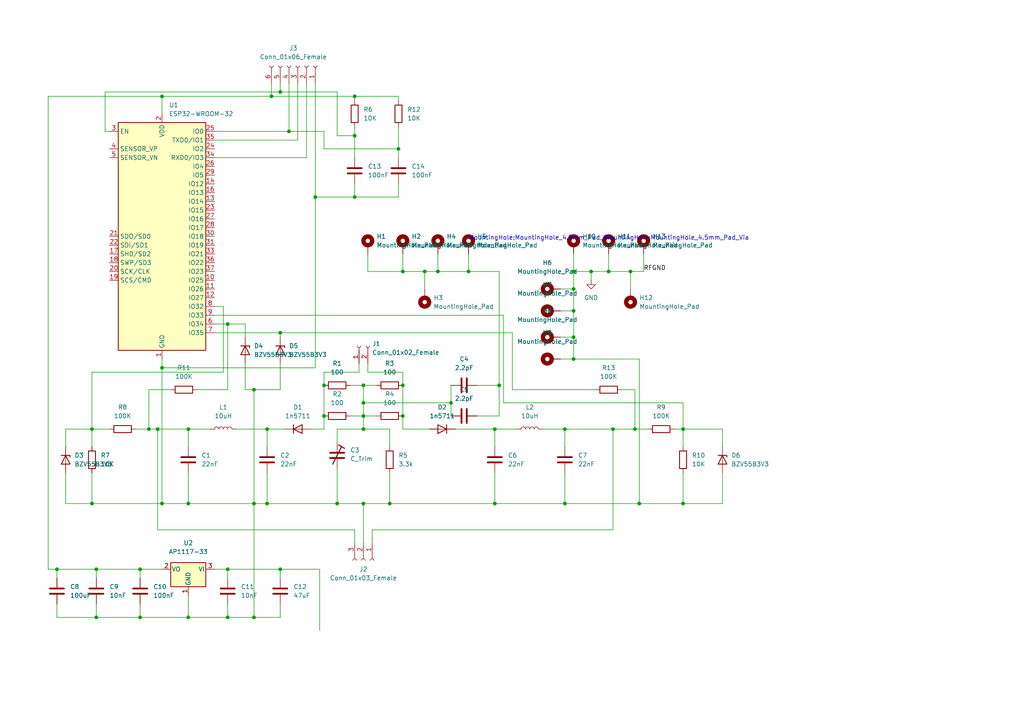
<source format=kicad_sch>
(kicad_sch (version 20211123) (generator eeschema)

  (uuid e63e39d7-6ac0-4ffd-8aa3-1841a4541b55)

  (paper "A4")

  (lib_symbols
    (symbol "Connector:Conn_01x02_Female" (pin_names (offset 1.016) hide) (in_bom yes) (on_board yes)
      (property "Reference" "J" (id 0) (at 0 2.54 0)
        (effects (font (size 1.27 1.27)))
      )
      (property "Value" "Conn_01x02_Female" (id 1) (at 0 -5.08 0)
        (effects (font (size 1.27 1.27)))
      )
      (property "Footprint" "" (id 2) (at 0 0 0)
        (effects (font (size 1.27 1.27)) hide)
      )
      (property "Datasheet" "~" (id 3) (at 0 0 0)
        (effects (font (size 1.27 1.27)) hide)
      )
      (property "ki_keywords" "connector" (id 4) (at 0 0 0)
        (effects (font (size 1.27 1.27)) hide)
      )
      (property "ki_description" "Generic connector, single row, 01x02, script generated (kicad-library-utils/schlib/autogen/connector/)" (id 5) (at 0 0 0)
        (effects (font (size 1.27 1.27)) hide)
      )
      (property "ki_fp_filters" "Connector*:*_1x??_*" (id 6) (at 0 0 0)
        (effects (font (size 1.27 1.27)) hide)
      )
      (symbol "Conn_01x02_Female_1_1"
        (arc (start 0 -2.032) (mid -0.508 -2.54) (end 0 -3.048)
          (stroke (width 0.1524) (type default) (color 0 0 0 0))
          (fill (type none))
        )
        (polyline
          (pts
            (xy -1.27 -2.54)
            (xy -0.508 -2.54)
          )
          (stroke (width 0.1524) (type default) (color 0 0 0 0))
          (fill (type none))
        )
        (polyline
          (pts
            (xy -1.27 0)
            (xy -0.508 0)
          )
          (stroke (width 0.1524) (type default) (color 0 0 0 0))
          (fill (type none))
        )
        (arc (start 0 0.508) (mid -0.508 0) (end 0 -0.508)
          (stroke (width 0.1524) (type default) (color 0 0 0 0))
          (fill (type none))
        )
        (pin passive line (at -5.08 0 0) (length 3.81)
          (name "Pin_1" (effects (font (size 1.27 1.27))))
          (number "1" (effects (font (size 1.27 1.27))))
        )
        (pin passive line (at -5.08 -2.54 0) (length 3.81)
          (name "Pin_2" (effects (font (size 1.27 1.27))))
          (number "2" (effects (font (size 1.27 1.27))))
        )
      )
    )
    (symbol "Connector:Conn_01x03_Female" (pin_names (offset 1.016) hide) (in_bom yes) (on_board yes)
      (property "Reference" "J" (id 0) (at 0 5.08 0)
        (effects (font (size 1.27 1.27)))
      )
      (property "Value" "Conn_01x03_Female" (id 1) (at 0 -5.08 0)
        (effects (font (size 1.27 1.27)))
      )
      (property "Footprint" "" (id 2) (at 0 0 0)
        (effects (font (size 1.27 1.27)) hide)
      )
      (property "Datasheet" "~" (id 3) (at 0 0 0)
        (effects (font (size 1.27 1.27)) hide)
      )
      (property "ki_keywords" "connector" (id 4) (at 0 0 0)
        (effects (font (size 1.27 1.27)) hide)
      )
      (property "ki_description" "Generic connector, single row, 01x03, script generated (kicad-library-utils/schlib/autogen/connector/)" (id 5) (at 0 0 0)
        (effects (font (size 1.27 1.27)) hide)
      )
      (property "ki_fp_filters" "Connector*:*_1x??_*" (id 6) (at 0 0 0)
        (effects (font (size 1.27 1.27)) hide)
      )
      (symbol "Conn_01x03_Female_1_1"
        (arc (start 0 -2.032) (mid -0.508 -2.54) (end 0 -3.048)
          (stroke (width 0.1524) (type default) (color 0 0 0 0))
          (fill (type none))
        )
        (polyline
          (pts
            (xy -1.27 -2.54)
            (xy -0.508 -2.54)
          )
          (stroke (width 0.1524) (type default) (color 0 0 0 0))
          (fill (type none))
        )
        (polyline
          (pts
            (xy -1.27 0)
            (xy -0.508 0)
          )
          (stroke (width 0.1524) (type default) (color 0 0 0 0))
          (fill (type none))
        )
        (polyline
          (pts
            (xy -1.27 2.54)
            (xy -0.508 2.54)
          )
          (stroke (width 0.1524) (type default) (color 0 0 0 0))
          (fill (type none))
        )
        (arc (start 0 0.508) (mid -0.508 0) (end 0 -0.508)
          (stroke (width 0.1524) (type default) (color 0 0 0 0))
          (fill (type none))
        )
        (arc (start 0 3.048) (mid -0.508 2.54) (end 0 2.032)
          (stroke (width 0.1524) (type default) (color 0 0 0 0))
          (fill (type none))
        )
        (pin passive line (at -5.08 2.54 0) (length 3.81)
          (name "Pin_1" (effects (font (size 1.27 1.27))))
          (number "1" (effects (font (size 1.27 1.27))))
        )
        (pin passive line (at -5.08 0 0) (length 3.81)
          (name "Pin_2" (effects (font (size 1.27 1.27))))
          (number "2" (effects (font (size 1.27 1.27))))
        )
        (pin passive line (at -5.08 -2.54 0) (length 3.81)
          (name "Pin_3" (effects (font (size 1.27 1.27))))
          (number "3" (effects (font (size 1.27 1.27))))
        )
      )
    )
    (symbol "Connector:Conn_01x06_Female" (pin_names (offset 1.016) hide) (in_bom yes) (on_board yes)
      (property "Reference" "J" (id 0) (at 0 7.62 0)
        (effects (font (size 1.27 1.27)))
      )
      (property "Value" "Conn_01x06_Female" (id 1) (at 0 -10.16 0)
        (effects (font (size 1.27 1.27)))
      )
      (property "Footprint" "" (id 2) (at 0 0 0)
        (effects (font (size 1.27 1.27)) hide)
      )
      (property "Datasheet" "~" (id 3) (at 0 0 0)
        (effects (font (size 1.27 1.27)) hide)
      )
      (property "ki_keywords" "connector" (id 4) (at 0 0 0)
        (effects (font (size 1.27 1.27)) hide)
      )
      (property "ki_description" "Generic connector, single row, 01x06, script generated (kicad-library-utils/schlib/autogen/connector/)" (id 5) (at 0 0 0)
        (effects (font (size 1.27 1.27)) hide)
      )
      (property "ki_fp_filters" "Connector*:*_1x??_*" (id 6) (at 0 0 0)
        (effects (font (size 1.27 1.27)) hide)
      )
      (symbol "Conn_01x06_Female_1_1"
        (arc (start 0 -7.112) (mid -0.508 -7.62) (end 0 -8.128)
          (stroke (width 0.1524) (type default) (color 0 0 0 0))
          (fill (type none))
        )
        (arc (start 0 -4.572) (mid -0.508 -5.08) (end 0 -5.588)
          (stroke (width 0.1524) (type default) (color 0 0 0 0))
          (fill (type none))
        )
        (arc (start 0 -2.032) (mid -0.508 -2.54) (end 0 -3.048)
          (stroke (width 0.1524) (type default) (color 0 0 0 0))
          (fill (type none))
        )
        (polyline
          (pts
            (xy -1.27 -7.62)
            (xy -0.508 -7.62)
          )
          (stroke (width 0.1524) (type default) (color 0 0 0 0))
          (fill (type none))
        )
        (polyline
          (pts
            (xy -1.27 -5.08)
            (xy -0.508 -5.08)
          )
          (stroke (width 0.1524) (type default) (color 0 0 0 0))
          (fill (type none))
        )
        (polyline
          (pts
            (xy -1.27 -2.54)
            (xy -0.508 -2.54)
          )
          (stroke (width 0.1524) (type default) (color 0 0 0 0))
          (fill (type none))
        )
        (polyline
          (pts
            (xy -1.27 0)
            (xy -0.508 0)
          )
          (stroke (width 0.1524) (type default) (color 0 0 0 0))
          (fill (type none))
        )
        (polyline
          (pts
            (xy -1.27 2.54)
            (xy -0.508 2.54)
          )
          (stroke (width 0.1524) (type default) (color 0 0 0 0))
          (fill (type none))
        )
        (polyline
          (pts
            (xy -1.27 5.08)
            (xy -0.508 5.08)
          )
          (stroke (width 0.1524) (type default) (color 0 0 0 0))
          (fill (type none))
        )
        (arc (start 0 0.508) (mid -0.508 0) (end 0 -0.508)
          (stroke (width 0.1524) (type default) (color 0 0 0 0))
          (fill (type none))
        )
        (arc (start 0 3.048) (mid -0.508 2.54) (end 0 2.032)
          (stroke (width 0.1524) (type default) (color 0 0 0 0))
          (fill (type none))
        )
        (arc (start 0 5.588) (mid -0.508 5.08) (end 0 4.572)
          (stroke (width 0.1524) (type default) (color 0 0 0 0))
          (fill (type none))
        )
        (pin passive line (at -5.08 5.08 0) (length 3.81)
          (name "Pin_1" (effects (font (size 1.27 1.27))))
          (number "1" (effects (font (size 1.27 1.27))))
        )
        (pin passive line (at -5.08 2.54 0) (length 3.81)
          (name "Pin_2" (effects (font (size 1.27 1.27))))
          (number "2" (effects (font (size 1.27 1.27))))
        )
        (pin passive line (at -5.08 0 0) (length 3.81)
          (name "Pin_3" (effects (font (size 1.27 1.27))))
          (number "3" (effects (font (size 1.27 1.27))))
        )
        (pin passive line (at -5.08 -2.54 0) (length 3.81)
          (name "Pin_4" (effects (font (size 1.27 1.27))))
          (number "4" (effects (font (size 1.27 1.27))))
        )
        (pin passive line (at -5.08 -5.08 0) (length 3.81)
          (name "Pin_5" (effects (font (size 1.27 1.27))))
          (number "5" (effects (font (size 1.27 1.27))))
        )
        (pin passive line (at -5.08 -7.62 0) (length 3.81)
          (name "Pin_6" (effects (font (size 1.27 1.27))))
          (number "6" (effects (font (size 1.27 1.27))))
        )
      )
    )
    (symbol "Device:C" (pin_numbers hide) (pin_names (offset 0.254)) (in_bom yes) (on_board yes)
      (property "Reference" "C" (id 0) (at 0.635 2.54 0)
        (effects (font (size 1.27 1.27)) (justify left))
      )
      (property "Value" "C" (id 1) (at 0.635 -2.54 0)
        (effects (font (size 1.27 1.27)) (justify left))
      )
      (property "Footprint" "" (id 2) (at 0.9652 -3.81 0)
        (effects (font (size 1.27 1.27)) hide)
      )
      (property "Datasheet" "~" (id 3) (at 0 0 0)
        (effects (font (size 1.27 1.27)) hide)
      )
      (property "ki_keywords" "cap capacitor" (id 4) (at 0 0 0)
        (effects (font (size 1.27 1.27)) hide)
      )
      (property "ki_description" "Unpolarized capacitor" (id 5) (at 0 0 0)
        (effects (font (size 1.27 1.27)) hide)
      )
      (property "ki_fp_filters" "C_*" (id 6) (at 0 0 0)
        (effects (font (size 1.27 1.27)) hide)
      )
      (symbol "C_0_1"
        (polyline
          (pts
            (xy -2.032 -0.762)
            (xy 2.032 -0.762)
          )
          (stroke (width 0.508) (type default) (color 0 0 0 0))
          (fill (type none))
        )
        (polyline
          (pts
            (xy -2.032 0.762)
            (xy 2.032 0.762)
          )
          (stroke (width 0.508) (type default) (color 0 0 0 0))
          (fill (type none))
        )
      )
      (symbol "C_1_1"
        (pin passive line (at 0 3.81 270) (length 2.794)
          (name "~" (effects (font (size 1.27 1.27))))
          (number "1" (effects (font (size 1.27 1.27))))
        )
        (pin passive line (at 0 -3.81 90) (length 2.794)
          (name "~" (effects (font (size 1.27 1.27))))
          (number "2" (effects (font (size 1.27 1.27))))
        )
      )
    )
    (symbol "Device:C_Trim" (pin_numbers hide) (pin_names (offset 0.254) hide) (in_bom yes) (on_board yes)
      (property "Reference" "C" (id 0) (at 1.524 -2.032 0)
        (effects (font (size 1.27 1.27)))
      )
      (property "Value" "C_Trim" (id 1) (at 3.048 -3.556 0)
        (effects (font (size 1.27 1.27)))
      )
      (property "Footprint" "" (id 2) (at 0 0 0)
        (effects (font (size 1.27 1.27)) hide)
      )
      (property "Datasheet" "~" (id 3) (at 0 0 0)
        (effects (font (size 1.27 1.27)) hide)
      )
      (property "ki_keywords" "trimmer variable capacitor" (id 4) (at 0 0 0)
        (effects (font (size 1.27 1.27)) hide)
      )
      (property "ki_description" "Trimmable capacitor" (id 5) (at 0 0 0)
        (effects (font (size 1.27 1.27)) hide)
      )
      (symbol "C_Trim_0_1"
        (polyline
          (pts
            (xy -2.032 -0.762)
            (xy 2.032 -0.762)
          )
          (stroke (width 0.508) (type default) (color 0 0 0 0))
          (fill (type none))
        )
        (polyline
          (pts
            (xy -2.032 0.762)
            (xy 2.032 0.762)
          )
          (stroke (width 0.508) (type default) (color 0 0 0 0))
          (fill (type none))
        )
        (polyline
          (pts
            (xy 1.27 2.54)
            (xy -1.27 -2.54)
          )
          (stroke (width 0.3048) (type default) (color 0 0 0 0))
          (fill (type none))
        )
        (polyline
          (pts
            (xy 1.27 2.54)
            (xy 0.381 3.048)
          )
          (stroke (width 0.3048) (type default) (color 0 0 0 0))
          (fill (type none))
        )
        (polyline
          (pts
            (xy 1.27 2.54)
            (xy 2.159 2.032)
          )
          (stroke (width 0.3048) (type default) (color 0 0 0 0))
          (fill (type none))
        )
      )
      (symbol "C_Trim_1_1"
        (pin passive line (at 0 3.81 270) (length 3.048)
          (name "~" (effects (font (size 1.27 1.27))))
          (number "1" (effects (font (size 1.27 1.27))))
        )
        (pin passive line (at 0 -3.81 90) (length 3.048)
          (name "~" (effects (font (size 1.27 1.27))))
          (number "2" (effects (font (size 1.27 1.27))))
        )
      )
    )
    (symbol "Device:D" (pin_numbers hide) (pin_names (offset 1.016) hide) (in_bom yes) (on_board yes)
      (property "Reference" "D" (id 0) (at 0 2.54 0)
        (effects (font (size 1.27 1.27)))
      )
      (property "Value" "D" (id 1) (at 0 -2.54 0)
        (effects (font (size 1.27 1.27)))
      )
      (property "Footprint" "" (id 2) (at 0 0 0)
        (effects (font (size 1.27 1.27)) hide)
      )
      (property "Datasheet" "~" (id 3) (at 0 0 0)
        (effects (font (size 1.27 1.27)) hide)
      )
      (property "ki_keywords" "diode" (id 4) (at 0 0 0)
        (effects (font (size 1.27 1.27)) hide)
      )
      (property "ki_description" "Diode" (id 5) (at 0 0 0)
        (effects (font (size 1.27 1.27)) hide)
      )
      (property "ki_fp_filters" "TO-???* *_Diode_* *SingleDiode* D_*" (id 6) (at 0 0 0)
        (effects (font (size 1.27 1.27)) hide)
      )
      (symbol "D_0_1"
        (polyline
          (pts
            (xy -1.27 1.27)
            (xy -1.27 -1.27)
          )
          (stroke (width 0.254) (type default) (color 0 0 0 0))
          (fill (type none))
        )
        (polyline
          (pts
            (xy 1.27 0)
            (xy -1.27 0)
          )
          (stroke (width 0) (type default) (color 0 0 0 0))
          (fill (type none))
        )
        (polyline
          (pts
            (xy 1.27 1.27)
            (xy 1.27 -1.27)
            (xy -1.27 0)
            (xy 1.27 1.27)
          )
          (stroke (width 0.254) (type default) (color 0 0 0 0))
          (fill (type none))
        )
      )
      (symbol "D_1_1"
        (pin passive line (at -3.81 0 0) (length 2.54)
          (name "K" (effects (font (size 1.27 1.27))))
          (number "1" (effects (font (size 1.27 1.27))))
        )
        (pin passive line (at 3.81 0 180) (length 2.54)
          (name "A" (effects (font (size 1.27 1.27))))
          (number "2" (effects (font (size 1.27 1.27))))
        )
      )
    )
    (symbol "Device:L" (pin_numbers hide) (pin_names (offset 1.016) hide) (in_bom yes) (on_board yes)
      (property "Reference" "L" (id 0) (at -1.27 0 90)
        (effects (font (size 1.27 1.27)))
      )
      (property "Value" "L" (id 1) (at 1.905 0 90)
        (effects (font (size 1.27 1.27)))
      )
      (property "Footprint" "" (id 2) (at 0 0 0)
        (effects (font (size 1.27 1.27)) hide)
      )
      (property "Datasheet" "~" (id 3) (at 0 0 0)
        (effects (font (size 1.27 1.27)) hide)
      )
      (property "ki_keywords" "inductor choke coil reactor magnetic" (id 4) (at 0 0 0)
        (effects (font (size 1.27 1.27)) hide)
      )
      (property "ki_description" "Inductor" (id 5) (at 0 0 0)
        (effects (font (size 1.27 1.27)) hide)
      )
      (property "ki_fp_filters" "Choke_* *Coil* Inductor_* L_*" (id 6) (at 0 0 0)
        (effects (font (size 1.27 1.27)) hide)
      )
      (symbol "L_0_1"
        (arc (start 0 -2.54) (mid 0.635 -1.905) (end 0 -1.27)
          (stroke (width 0) (type default) (color 0 0 0 0))
          (fill (type none))
        )
        (arc (start 0 -1.27) (mid 0.635 -0.635) (end 0 0)
          (stroke (width 0) (type default) (color 0 0 0 0))
          (fill (type none))
        )
        (arc (start 0 0) (mid 0.635 0.635) (end 0 1.27)
          (stroke (width 0) (type default) (color 0 0 0 0))
          (fill (type none))
        )
        (arc (start 0 1.27) (mid 0.635 1.905) (end 0 2.54)
          (stroke (width 0) (type default) (color 0 0 0 0))
          (fill (type none))
        )
      )
      (symbol "L_1_1"
        (pin passive line (at 0 3.81 270) (length 1.27)
          (name "1" (effects (font (size 1.27 1.27))))
          (number "1" (effects (font (size 1.27 1.27))))
        )
        (pin passive line (at 0 -3.81 90) (length 1.27)
          (name "2" (effects (font (size 1.27 1.27))))
          (number "2" (effects (font (size 1.27 1.27))))
        )
      )
    )
    (symbol "Device:R" (pin_numbers hide) (pin_names (offset 0)) (in_bom yes) (on_board yes)
      (property "Reference" "R" (id 0) (at 2.032 0 90)
        (effects (font (size 1.27 1.27)))
      )
      (property "Value" "R" (id 1) (at 0 0 90)
        (effects (font (size 1.27 1.27)))
      )
      (property "Footprint" "" (id 2) (at -1.778 0 90)
        (effects (font (size 1.27 1.27)) hide)
      )
      (property "Datasheet" "~" (id 3) (at 0 0 0)
        (effects (font (size 1.27 1.27)) hide)
      )
      (property "ki_keywords" "R res resistor" (id 4) (at 0 0 0)
        (effects (font (size 1.27 1.27)) hide)
      )
      (property "ki_description" "Resistor" (id 5) (at 0 0 0)
        (effects (font (size 1.27 1.27)) hide)
      )
      (property "ki_fp_filters" "R_*" (id 6) (at 0 0 0)
        (effects (font (size 1.27 1.27)) hide)
      )
      (symbol "R_0_1"
        (rectangle (start -1.016 -2.54) (end 1.016 2.54)
          (stroke (width 0.254) (type default) (color 0 0 0 0))
          (fill (type none))
        )
      )
      (symbol "R_1_1"
        (pin passive line (at 0 3.81 270) (length 1.27)
          (name "~" (effects (font (size 1.27 1.27))))
          (number "1" (effects (font (size 1.27 1.27))))
        )
        (pin passive line (at 0 -3.81 90) (length 1.27)
          (name "~" (effects (font (size 1.27 1.27))))
          (number "2" (effects (font (size 1.27 1.27))))
        )
      )
    )
    (symbol "Diode:BZV55B3V3" (pin_numbers hide) (pin_names (offset 1.016) hide) (in_bom yes) (on_board yes)
      (property "Reference" "D" (id 0) (at 0 2.54 0)
        (effects (font (size 1.27 1.27)))
      )
      (property "Value" "BZV55B3V3" (id 1) (at 0 -2.54 0)
        (effects (font (size 1.27 1.27)))
      )
      (property "Footprint" "Diode_SMD:D_MiniMELF" (id 2) (at 0 -4.445 0)
        (effects (font (size 1.27 1.27)) hide)
      )
      (property "Datasheet" "https://assets.nexperia.com/documents/data-sheet/BZV55_SER.pdf" (id 3) (at 0 0 0)
        (effects (font (size 1.27 1.27)) hide)
      )
      (property "ki_keywords" "zener diode" (id 4) (at 0 0 0)
        (effects (font (size 1.27 1.27)) hide)
      )
      (property "ki_description" "3.3V, 500mW, 2%, Zener diode, MiniMELF" (id 5) (at 0 0 0)
        (effects (font (size 1.27 1.27)) hide)
      )
      (property "ki_fp_filters" "D*MiniMELF*" (id 6) (at 0 0 0)
        (effects (font (size 1.27 1.27)) hide)
      )
      (symbol "BZV55B3V3_0_1"
        (polyline
          (pts
            (xy 1.27 0)
            (xy -1.27 0)
          )
          (stroke (width 0) (type default) (color 0 0 0 0))
          (fill (type none))
        )
        (polyline
          (pts
            (xy -1.27 -1.27)
            (xy -1.27 1.27)
            (xy -0.762 1.27)
          )
          (stroke (width 0.254) (type default) (color 0 0 0 0))
          (fill (type none))
        )
        (polyline
          (pts
            (xy 1.27 -1.27)
            (xy 1.27 1.27)
            (xy -1.27 0)
            (xy 1.27 -1.27)
          )
          (stroke (width 0.254) (type default) (color 0 0 0 0))
          (fill (type none))
        )
      )
      (symbol "BZV55B3V3_1_1"
        (pin passive line (at -3.81 0 0) (length 2.54)
          (name "K" (effects (font (size 1.27 1.27))))
          (number "1" (effects (font (size 1.27 1.27))))
        )
        (pin passive line (at 3.81 0 180) (length 2.54)
          (name "A" (effects (font (size 1.27 1.27))))
          (number "2" (effects (font (size 1.27 1.27))))
        )
      )
    )
    (symbol "Mechanical:MountingHole_Pad" (pin_numbers hide) (pin_names (offset 1.016) hide) (in_bom yes) (on_board yes)
      (property "Reference" "H" (id 0) (at 0 6.35 0)
        (effects (font (size 1.27 1.27)))
      )
      (property "Value" "MountingHole_Pad" (id 1) (at 0 4.445 0)
        (effects (font (size 1.27 1.27)))
      )
      (property "Footprint" "" (id 2) (at 0 0 0)
        (effects (font (size 1.27 1.27)) hide)
      )
      (property "Datasheet" "~" (id 3) (at 0 0 0)
        (effects (font (size 1.27 1.27)) hide)
      )
      (property "ki_keywords" "mounting hole" (id 4) (at 0 0 0)
        (effects (font (size 1.27 1.27)) hide)
      )
      (property "ki_description" "Mounting Hole with connection" (id 5) (at 0 0 0)
        (effects (font (size 1.27 1.27)) hide)
      )
      (property "ki_fp_filters" "MountingHole*Pad*" (id 6) (at 0 0 0)
        (effects (font (size 1.27 1.27)) hide)
      )
      (symbol "MountingHole_Pad_0_1"
        (circle (center 0 1.27) (radius 1.27)
          (stroke (width 1.27) (type default) (color 0 0 0 0))
          (fill (type none))
        )
      )
      (symbol "MountingHole_Pad_1_1"
        (pin input line (at 0 -2.54 90) (length 2.54)
          (name "1" (effects (font (size 1.27 1.27))))
          (number "1" (effects (font (size 1.27 1.27))))
        )
      )
    )
    (symbol "RF_Module:ESP32-WROOM-32" (in_bom yes) (on_board yes)
      (property "Reference" "U" (id 0) (at -12.7 34.29 0)
        (effects (font (size 1.27 1.27)) (justify left))
      )
      (property "Value" "ESP32-WROOM-32" (id 1) (at 1.27 34.29 0)
        (effects (font (size 1.27 1.27)) (justify left))
      )
      (property "Footprint" "RF_Module:ESP32-WROOM-32" (id 2) (at 0 -38.1 0)
        (effects (font (size 1.27 1.27)) hide)
      )
      (property "Datasheet" "https://www.espressif.com/sites/default/files/documentation/esp32-wroom-32_datasheet_en.pdf" (id 3) (at -7.62 1.27 0)
        (effects (font (size 1.27 1.27)) hide)
      )
      (property "ki_keywords" "RF Radio BT ESP ESP32 Espressif onboard PCB antenna" (id 4) (at 0 0 0)
        (effects (font (size 1.27 1.27)) hide)
      )
      (property "ki_description" "RF Module, ESP32-D0WDQ6 SoC, Wi-Fi 802.11b/g/n, Bluetooth, BLE, 32-bit, 2.7-3.6V, onboard antenna, SMD" (id 5) (at 0 0 0)
        (effects (font (size 1.27 1.27)) hide)
      )
      (property "ki_fp_filters" "ESP32?WROOM?32*" (id 6) (at 0 0 0)
        (effects (font (size 1.27 1.27)) hide)
      )
      (symbol "ESP32-WROOM-32_0_1"
        (rectangle (start -12.7 33.02) (end 12.7 -33.02)
          (stroke (width 0.254) (type default) (color 0 0 0 0))
          (fill (type background))
        )
      )
      (symbol "ESP32-WROOM-32_1_1"
        (pin power_in line (at 0 -35.56 90) (length 2.54)
          (name "GND" (effects (font (size 1.27 1.27))))
          (number "1" (effects (font (size 1.27 1.27))))
        )
        (pin bidirectional line (at 15.24 -12.7 180) (length 2.54)
          (name "IO25" (effects (font (size 1.27 1.27))))
          (number "10" (effects (font (size 1.27 1.27))))
        )
        (pin bidirectional line (at 15.24 -15.24 180) (length 2.54)
          (name "IO26" (effects (font (size 1.27 1.27))))
          (number "11" (effects (font (size 1.27 1.27))))
        )
        (pin bidirectional line (at 15.24 -17.78 180) (length 2.54)
          (name "IO27" (effects (font (size 1.27 1.27))))
          (number "12" (effects (font (size 1.27 1.27))))
        )
        (pin bidirectional line (at 15.24 10.16 180) (length 2.54)
          (name "IO14" (effects (font (size 1.27 1.27))))
          (number "13" (effects (font (size 1.27 1.27))))
        )
        (pin bidirectional line (at 15.24 15.24 180) (length 2.54)
          (name "IO12" (effects (font (size 1.27 1.27))))
          (number "14" (effects (font (size 1.27 1.27))))
        )
        (pin passive line (at 0 -35.56 90) (length 2.54) hide
          (name "GND" (effects (font (size 1.27 1.27))))
          (number "15" (effects (font (size 1.27 1.27))))
        )
        (pin bidirectional line (at 15.24 12.7 180) (length 2.54)
          (name "IO13" (effects (font (size 1.27 1.27))))
          (number "16" (effects (font (size 1.27 1.27))))
        )
        (pin bidirectional line (at -15.24 -5.08 0) (length 2.54)
          (name "SHD/SD2" (effects (font (size 1.27 1.27))))
          (number "17" (effects (font (size 1.27 1.27))))
        )
        (pin bidirectional line (at -15.24 -7.62 0) (length 2.54)
          (name "SWP/SD3" (effects (font (size 1.27 1.27))))
          (number "18" (effects (font (size 1.27 1.27))))
        )
        (pin bidirectional line (at -15.24 -12.7 0) (length 2.54)
          (name "SCS/CMD" (effects (font (size 1.27 1.27))))
          (number "19" (effects (font (size 1.27 1.27))))
        )
        (pin power_in line (at 0 35.56 270) (length 2.54)
          (name "VDD" (effects (font (size 1.27 1.27))))
          (number "2" (effects (font (size 1.27 1.27))))
        )
        (pin bidirectional line (at -15.24 -10.16 0) (length 2.54)
          (name "SCK/CLK" (effects (font (size 1.27 1.27))))
          (number "20" (effects (font (size 1.27 1.27))))
        )
        (pin bidirectional line (at -15.24 0 0) (length 2.54)
          (name "SDO/SD0" (effects (font (size 1.27 1.27))))
          (number "21" (effects (font (size 1.27 1.27))))
        )
        (pin bidirectional line (at -15.24 -2.54 0) (length 2.54)
          (name "SDI/SD1" (effects (font (size 1.27 1.27))))
          (number "22" (effects (font (size 1.27 1.27))))
        )
        (pin bidirectional line (at 15.24 7.62 180) (length 2.54)
          (name "IO15" (effects (font (size 1.27 1.27))))
          (number "23" (effects (font (size 1.27 1.27))))
        )
        (pin bidirectional line (at 15.24 25.4 180) (length 2.54)
          (name "IO2" (effects (font (size 1.27 1.27))))
          (number "24" (effects (font (size 1.27 1.27))))
        )
        (pin bidirectional line (at 15.24 30.48 180) (length 2.54)
          (name "IO0" (effects (font (size 1.27 1.27))))
          (number "25" (effects (font (size 1.27 1.27))))
        )
        (pin bidirectional line (at 15.24 20.32 180) (length 2.54)
          (name "IO4" (effects (font (size 1.27 1.27))))
          (number "26" (effects (font (size 1.27 1.27))))
        )
        (pin bidirectional line (at 15.24 5.08 180) (length 2.54)
          (name "IO16" (effects (font (size 1.27 1.27))))
          (number "27" (effects (font (size 1.27 1.27))))
        )
        (pin bidirectional line (at 15.24 2.54 180) (length 2.54)
          (name "IO17" (effects (font (size 1.27 1.27))))
          (number "28" (effects (font (size 1.27 1.27))))
        )
        (pin bidirectional line (at 15.24 17.78 180) (length 2.54)
          (name "IO5" (effects (font (size 1.27 1.27))))
          (number "29" (effects (font (size 1.27 1.27))))
        )
        (pin input line (at -15.24 30.48 0) (length 2.54)
          (name "EN" (effects (font (size 1.27 1.27))))
          (number "3" (effects (font (size 1.27 1.27))))
        )
        (pin bidirectional line (at 15.24 0 180) (length 2.54)
          (name "IO18" (effects (font (size 1.27 1.27))))
          (number "30" (effects (font (size 1.27 1.27))))
        )
        (pin bidirectional line (at 15.24 -2.54 180) (length 2.54)
          (name "IO19" (effects (font (size 1.27 1.27))))
          (number "31" (effects (font (size 1.27 1.27))))
        )
        (pin no_connect line (at -12.7 -27.94 0) (length 2.54) hide
          (name "NC" (effects (font (size 1.27 1.27))))
          (number "32" (effects (font (size 1.27 1.27))))
        )
        (pin bidirectional line (at 15.24 -5.08 180) (length 2.54)
          (name "IO21" (effects (font (size 1.27 1.27))))
          (number "33" (effects (font (size 1.27 1.27))))
        )
        (pin bidirectional line (at 15.24 22.86 180) (length 2.54)
          (name "RXD0/IO3" (effects (font (size 1.27 1.27))))
          (number "34" (effects (font (size 1.27 1.27))))
        )
        (pin bidirectional line (at 15.24 27.94 180) (length 2.54)
          (name "TXD0/IO1" (effects (font (size 1.27 1.27))))
          (number "35" (effects (font (size 1.27 1.27))))
        )
        (pin bidirectional line (at 15.24 -7.62 180) (length 2.54)
          (name "IO22" (effects (font (size 1.27 1.27))))
          (number "36" (effects (font (size 1.27 1.27))))
        )
        (pin bidirectional line (at 15.24 -10.16 180) (length 2.54)
          (name "IO23" (effects (font (size 1.27 1.27))))
          (number "37" (effects (font (size 1.27 1.27))))
        )
        (pin passive line (at 0 -35.56 90) (length 2.54) hide
          (name "GND" (effects (font (size 1.27 1.27))))
          (number "38" (effects (font (size 1.27 1.27))))
        )
        (pin passive line (at 0 -35.56 90) (length 2.54) hide
          (name "GND" (effects (font (size 1.27 1.27))))
          (number "39" (effects (font (size 1.27 1.27))))
        )
        (pin input line (at -15.24 25.4 0) (length 2.54)
          (name "SENSOR_VP" (effects (font (size 1.27 1.27))))
          (number "4" (effects (font (size 1.27 1.27))))
        )
        (pin input line (at -15.24 22.86 0) (length 2.54)
          (name "SENSOR_VN" (effects (font (size 1.27 1.27))))
          (number "5" (effects (font (size 1.27 1.27))))
        )
        (pin input line (at 15.24 -25.4 180) (length 2.54)
          (name "IO34" (effects (font (size 1.27 1.27))))
          (number "6" (effects (font (size 1.27 1.27))))
        )
        (pin input line (at 15.24 -27.94 180) (length 2.54)
          (name "IO35" (effects (font (size 1.27 1.27))))
          (number "7" (effects (font (size 1.27 1.27))))
        )
        (pin bidirectional line (at 15.24 -20.32 180) (length 2.54)
          (name "IO32" (effects (font (size 1.27 1.27))))
          (number "8" (effects (font (size 1.27 1.27))))
        )
        (pin bidirectional line (at 15.24 -22.86 180) (length 2.54)
          (name "IO33" (effects (font (size 1.27 1.27))))
          (number "9" (effects (font (size 1.27 1.27))))
        )
      )
    )
    (symbol "Regulator_Linear:AP1117-33" (pin_names (offset 0.254)) (in_bom yes) (on_board yes)
      (property "Reference" "U" (id 0) (at -3.81 3.175 0)
        (effects (font (size 1.27 1.27)))
      )
      (property "Value" "AP1117-33" (id 1) (at 0 3.175 0)
        (effects (font (size 1.27 1.27)) (justify left))
      )
      (property "Footprint" "Package_TO_SOT_SMD:SOT-223-3_TabPin2" (id 2) (at 0 5.08 0)
        (effects (font (size 1.27 1.27)) hide)
      )
      (property "Datasheet" "http://www.diodes.com/datasheets/AP1117.pdf" (id 3) (at 2.54 -6.35 0)
        (effects (font (size 1.27 1.27)) hide)
      )
      (property "ki_keywords" "linear regulator ldo fixed positive obsolete" (id 4) (at 0 0 0)
        (effects (font (size 1.27 1.27)) hide)
      )
      (property "ki_description" "1A Low Dropout regulator, positive, 3.3V fixed output, SOT-223" (id 5) (at 0 0 0)
        (effects (font (size 1.27 1.27)) hide)
      )
      (property "ki_fp_filters" "SOT?223*TabPin2*" (id 6) (at 0 0 0)
        (effects (font (size 1.27 1.27)) hide)
      )
      (symbol "AP1117-33_0_1"
        (rectangle (start -5.08 -5.08) (end 5.08 1.905)
          (stroke (width 0.254) (type default) (color 0 0 0 0))
          (fill (type background))
        )
      )
      (symbol "AP1117-33_1_1"
        (pin power_in line (at 0 -7.62 90) (length 2.54)
          (name "GND" (effects (font (size 1.27 1.27))))
          (number "1" (effects (font (size 1.27 1.27))))
        )
        (pin power_out line (at 7.62 0 180) (length 2.54)
          (name "VO" (effects (font (size 1.27 1.27))))
          (number "2" (effects (font (size 1.27 1.27))))
        )
        (pin power_in line (at -7.62 0 0) (length 2.54)
          (name "VI" (effects (font (size 1.27 1.27))))
          (number "3" (effects (font (size 1.27 1.27))))
        )
      )
    )
    (symbol "power:GND" (power) (pin_names (offset 0)) (in_bom yes) (on_board yes)
      (property "Reference" "#PWR" (id 0) (at 0 -6.35 0)
        (effects (font (size 1.27 1.27)) hide)
      )
      (property "Value" "GND" (id 1) (at 0 -3.81 0)
        (effects (font (size 1.27 1.27)))
      )
      (property "Footprint" "" (id 2) (at 0 0 0)
        (effects (font (size 1.27 1.27)) hide)
      )
      (property "Datasheet" "" (id 3) (at 0 0 0)
        (effects (font (size 1.27 1.27)) hide)
      )
      (property "ki_keywords" "power-flag" (id 4) (at 0 0 0)
        (effects (font (size 1.27 1.27)) hide)
      )
      (property "ki_description" "Power symbol creates a global label with name \"GND\" , ground" (id 5) (at 0 0 0)
        (effects (font (size 1.27 1.27)) hide)
      )
      (symbol "GND_0_1"
        (polyline
          (pts
            (xy 0 0)
            (xy 0 -1.27)
            (xy 1.27 -1.27)
            (xy 0 -2.54)
            (xy -1.27 -1.27)
            (xy 0 -1.27)
          )
          (stroke (width 0) (type default) (color 0 0 0 0))
          (fill (type none))
        )
      )
      (symbol "GND_1_1"
        (pin power_in line (at 0 0 270) (length 0) hide
          (name "GND" (effects (font (size 1.27 1.27))))
          (number "1" (effects (font (size 1.27 1.27))))
        )
      )
    )
  )

  (junction (at 166.37 90.17) (diameter 0) (color 0 0 0 0)
    (uuid 0586f657-4055-4eb1-a529-2c4ab9039d8f)
  )
  (junction (at 105.41 111.76) (diameter 0) (color 0 0 0 0)
    (uuid 0725b648-a999-4eb1-868a-191959de4258)
  )
  (junction (at 176.53 78.74) (diameter 0) (color 0 0 0 0)
    (uuid 07288f1f-d33b-4c7a-9190-f4fb6c364aa1)
  )
  (junction (at 144.78 111.76) (diameter 0) (color 0 0 0 0)
    (uuid 0cf2887b-73f1-4c16-8fd6-f3f508a3f341)
  )
  (junction (at 77.47 124.46) (diameter 0) (color 0 0 0 0)
    (uuid 10825e81-5515-4349-ad21-591c006636aa)
  )
  (junction (at 113.03 146.05) (diameter 0) (color 0 0 0 0)
    (uuid 10d2723e-e907-440a-ad85-68e0cc2bd337)
  )
  (junction (at 40.64 179.07) (diameter 0) (color 0 0 0 0)
    (uuid 10edeed3-2feb-44e4-a066-ba3910c27400)
  )
  (junction (at 102.87 39.37) (diameter 0) (color 0 0 0 0)
    (uuid 123a6239-214c-497b-832f-dc302839816b)
  )
  (junction (at 78.74 27.94) (diameter 0) (color 0 0 0 0)
    (uuid 1458cffe-00c0-410b-9162-7374556c1929)
  )
  (junction (at 54.61 146.05) (diameter 0) (color 0 0 0 0)
    (uuid 167a05ee-50c2-443b-a9ec-262804000dbd)
  )
  (junction (at 135.89 78.74) (diameter 0) (color 0 0 0 0)
    (uuid 1861d26c-007b-4fe7-8d03-b6187d478cfb)
  )
  (junction (at 105.41 120.65) (diameter 0) (color 0 0 0 0)
    (uuid 1bea5378-7e85-4110-a5a2-db707671269e)
  )
  (junction (at 166.37 104.14) (diameter 0) (color 0 0 0 0)
    (uuid 1c548d80-e98f-43cc-9cea-37259c02181c)
  )
  (junction (at 102.87 57.15) (diameter 0) (color 0 0 0 0)
    (uuid 31d8ee4c-ab67-47aa-979e-7914fa5b3329)
  )
  (junction (at 123.19 78.74) (diameter 0) (color 0 0 0 0)
    (uuid 33e98ba5-6ef4-4da0-a1ee-f42b6144d9e7)
  )
  (junction (at 93.98 120.65) (diameter 0) (color 0 0 0 0)
    (uuid 3584bf93-6d58-4711-aabc-7bc330bec076)
  )
  (junction (at 171.45 78.74) (diameter 0) (color 0 0 0 0)
    (uuid 3eaae524-b0c1-420a-87c0-8ebbb977592f)
  )
  (junction (at 27.94 165.1) (diameter 0) (color 0 0 0 0)
    (uuid 3f8aa169-b6ee-458e-aadd-9303677a6543)
  )
  (junction (at 66.04 93.98) (diameter 0) (color 0 0 0 0)
    (uuid 430c65ba-3a78-4740-9d3a-5790bc629b9e)
  )
  (junction (at 163.83 146.05) (diameter 0) (color 0 0 0 0)
    (uuid 44055cf7-6109-4262-a448-68840e768524)
  )
  (junction (at 177.8 124.46) (diameter 0) (color 0 0 0 0)
    (uuid 499e5cfd-4fab-4c08-986b-8f907f1aedda)
  )
  (junction (at 102.87 27.94) (diameter 0) (color 0 0 0 0)
    (uuid 4d51ac41-f250-4112-8b41-ba9ded3e8312)
  )
  (junction (at 66.04 165.1) (diameter 0) (color 0 0 0 0)
    (uuid 53ae7c0d-c183-451d-a177-d6a28ee8e0bb)
  )
  (junction (at 66.04 179.07) (diameter 0) (color 0 0 0 0)
    (uuid 5b06a00a-272b-44fc-9077-ef497ba755d2)
  )
  (junction (at 81.28 26.67) (diameter 0) (color 0 0 0 0)
    (uuid 5dd6b0b0-8fe1-4995-ad1d-afb7cdbc8ee0)
  )
  (junction (at 73.66 146.05) (diameter 0) (color 0 0 0 0)
    (uuid 61bf7ac4-08bb-412c-9854-8d9ad255c420)
  )
  (junction (at 43.18 124.46) (diameter 0) (color 0 0 0 0)
    (uuid 639c376c-464c-4831-874e-c085b9b629dc)
  )
  (junction (at 115.57 43.18) (diameter 0) (color 0 0 0 0)
    (uuid 658065a1-b60b-4c17-a380-6c1841e668b4)
  )
  (junction (at 198.12 146.05) (diameter 0) (color 0 0 0 0)
    (uuid 6dacda71-4bb3-4536-8dca-d85264482a57)
  )
  (junction (at 77.47 146.05) (diameter 0) (color 0 0 0 0)
    (uuid 6e33e314-d055-456a-a8df-6a721cfdc95c)
  )
  (junction (at 81.28 165.1) (diameter 0) (color 0 0 0 0)
    (uuid 7006cb70-0495-4229-802d-a47944de2ffa)
  )
  (junction (at 54.61 179.07) (diameter 0) (color 0 0 0 0)
    (uuid 7247086c-afaa-430b-9f57-b4aab065d3b7)
  )
  (junction (at 185.42 146.05) (diameter 0) (color 0 0 0 0)
    (uuid 7c12737d-5baf-4147-91a8-bfa96a43a334)
  )
  (junction (at 116.84 120.65) (diameter 0) (color 0 0 0 0)
    (uuid 7c5a04a4-1b8d-4885-8f58-5f42b38448fb)
  )
  (junction (at 46.99 27.94) (diameter 0) (color 0 0 0 0)
    (uuid 7c960b2f-ef53-4cd9-a874-41dbb1803fb3)
  )
  (junction (at 40.64 165.1) (diameter 0) (color 0 0 0 0)
    (uuid 8446ecc0-73e6-4b02-a5e0-146b0b0ace88)
  )
  (junction (at 26.67 146.05) (diameter 0) (color 0 0 0 0)
    (uuid 849fd938-4853-4748-bfcd-91c27b4a68c6)
  )
  (junction (at 127 78.74) (diameter 0) (color 0 0 0 0)
    (uuid 88d43bbc-ed48-4ca1-a2c7-738d24a2ecef)
  )
  (junction (at 105.41 124.46) (diameter 0) (color 0 0 0 0)
    (uuid 91a996f6-e46d-46f9-994a-36b5f930440c)
  )
  (junction (at 54.61 124.46) (diameter 0) (color 0 0 0 0)
    (uuid a42f26a4-b7d5-49ba-8461-f626c9c89e9b)
  )
  (junction (at 184.15 124.46) (diameter 0) (color 0 0 0 0)
    (uuid a9b11ab2-128f-47ce-a1be-7413601f2ab6)
  )
  (junction (at 105.41 116.84) (diameter 0) (color 0 0 0 0)
    (uuid aa907d01-54dd-4354-b826-e66b90c049cd)
  )
  (junction (at 46.99 106.68) (diameter 0) (color 0 0 0 0)
    (uuid aab60cf3-3083-4110-9aff-04eac1b3eb0b)
  )
  (junction (at 130.81 116.84) (diameter 0) (color 0 0 0 0)
    (uuid ac3f6ae1-06f5-4468-af1a-f31942c77fd1)
  )
  (junction (at 143.51 146.05) (diameter 0) (color 0 0 0 0)
    (uuid ad0b0b0e-349f-4f1f-82f9-06a868d2c2c2)
  )
  (junction (at 91.44 57.15) (diameter 0) (color 0 0 0 0)
    (uuid adb53882-704d-4ec4-a305-113f9b3f9546)
  )
  (junction (at 93.98 111.76) (diameter 0) (color 0 0 0 0)
    (uuid aeacf301-1277-4868-99d8-9a338616c2ce)
  )
  (junction (at 166.37 83.82) (diameter 0) (color 0 0 0 0)
    (uuid b97b6188-d82a-48fa-9b9a-dbf1b866bf79)
  )
  (junction (at 166.37 78.74) (diameter 0) (color 0 0 0 0)
    (uuid bdb38742-8b64-4654-b225-19637ac8b86b)
  )
  (junction (at 73.66 113.03) (diameter 0) (color 0 0 0 0)
    (uuid c0b60105-dabe-4326-958a-5db70c941d2b)
  )
  (junction (at 97.79 146.05) (diameter 0) (color 0 0 0 0)
    (uuid c43c1b02-c7db-4654-8d59-16f875d52a91)
  )
  (junction (at 182.88 78.74) (diameter 0) (color 0 0 0 0)
    (uuid c6b093ae-1e33-48dd-9eed-d543f0cdfed3)
  )
  (junction (at 26.67 124.46) (diameter 0) (color 0 0 0 0)
    (uuid cafecf56-348f-48f2-8c62-5f8744bd11f1)
  )
  (junction (at 83.82 38.1) (diameter 0) (color 0 0 0 0)
    (uuid cba813a6-cbab-458a-aa10-55ed55cbe8e3)
  )
  (junction (at 166.37 97.79) (diameter 0) (color 0 0 0 0)
    (uuid cee5066d-df03-4b1d-bd31-fd389fb37bbe)
  )
  (junction (at 198.12 124.46) (diameter 0) (color 0 0 0 0)
    (uuid cfb5fa4d-dceb-44a4-bc06-e911086b12f3)
  )
  (junction (at 45.72 124.46) (diameter 0) (color 0 0 0 0)
    (uuid d7168fe5-468d-46b6-9ab4-a5f1711c1e3c)
  )
  (junction (at 46.99 146.05) (diameter 0) (color 0 0 0 0)
    (uuid dbfc8ef3-6614-4cc4-9f92-06729caeea95)
  )
  (junction (at 73.66 179.07) (diameter 0) (color 0 0 0 0)
    (uuid e1f43982-d4e2-4a0e-ad61-2b3a7730c56a)
  )
  (junction (at 81.28 96.52) (diameter 0) (color 0 0 0 0)
    (uuid e5be0293-c123-45f2-a617-c6e822a604e0)
  )
  (junction (at 116.84 78.74) (diameter 0) (color 0 0 0 0)
    (uuid e6481387-f03c-4805-8971-a1494608cea8)
  )
  (junction (at 27.94 179.07) (diameter 0) (color 0 0 0 0)
    (uuid e9a3e2eb-10c6-49c6-85a1-aa2049a2c199)
  )
  (junction (at 143.51 124.46) (diameter 0) (color 0 0 0 0)
    (uuid ea66459f-5d13-489c-b90c-3794c93458ec)
  )
  (junction (at 105.41 146.05) (diameter 0) (color 0 0 0 0)
    (uuid eadc3789-fc22-419c-90c1-8c7eced31d4e)
  )
  (junction (at 16.51 165.1) (diameter 0) (color 0 0 0 0)
    (uuid ec274b3e-e174-4bd3-9323-6d1716f1f030)
  )
  (junction (at 116.84 111.76) (diameter 0) (color 0 0 0 0)
    (uuid f17ec506-2773-4fef-a840-eef2cf6dd9e5)
  )
  (junction (at 163.83 124.46) (diameter 0) (color 0 0 0 0)
    (uuid f5d0ae33-10d7-4d7d-b653-78b1634fb624)
  )

  (wire (pts (xy 107.95 153.67) (xy 177.8 153.67))
    (stroke (width 0) (type default) (color 0 0 0 0))
    (uuid 0336963d-48fe-452b-8c1a-3934282a6c60)
  )
  (wire (pts (xy 13.97 27.94) (xy 13.97 165.1))
    (stroke (width 0) (type default) (color 0 0 0 0))
    (uuid 03f71cf7-a0d6-4ac0-9faa-3b44ba31b58a)
  )
  (wire (pts (xy 81.28 96.52) (xy 148.59 96.52))
    (stroke (width 0) (type default) (color 0 0 0 0))
    (uuid 060567e7-da76-443e-9727-ab1ff49da7ad)
  )
  (wire (pts (xy 113.03 137.16) (xy 113.03 146.05))
    (stroke (width 0) (type default) (color 0 0 0 0))
    (uuid 0744366a-ed0c-42cd-9862-d33347b7f213)
  )
  (wire (pts (xy 92.71 165.1) (xy 92.71 182.88))
    (stroke (width 0) (type default) (color 0 0 0 0))
    (uuid 090199e1-c8c8-4bd8-8fca-d2835d8125e6)
  )
  (wire (pts (xy 26.67 146.05) (xy 46.99 146.05))
    (stroke (width 0) (type default) (color 0 0 0 0))
    (uuid 0abb3695-ab36-4ba1-9405-e6d185ae6e59)
  )
  (wire (pts (xy 16.51 165.1) (xy 16.51 167.64))
    (stroke (width 0) (type default) (color 0 0 0 0))
    (uuid 0c608d0f-be75-4a0c-a13a-9d342a24837f)
  )
  (wire (pts (xy 62.23 38.1) (xy 83.82 38.1))
    (stroke (width 0) (type default) (color 0 0 0 0))
    (uuid 0d802d8a-7cd6-482a-a470-1d672872cdc9)
  )
  (wire (pts (xy 93.98 111.76) (xy 93.98 120.65))
    (stroke (width 0) (type default) (color 0 0 0 0))
    (uuid 0e05b7b2-3d89-4d8b-8da0-946389c81673)
  )
  (wire (pts (xy 30.48 38.1) (xy 30.48 26.67))
    (stroke (width 0) (type default) (color 0 0 0 0))
    (uuid 0e62f8fc-719f-497a-ab1c-239070a7cda1)
  )
  (wire (pts (xy 171.45 78.74) (xy 171.45 81.28))
    (stroke (width 0) (type default) (color 0 0 0 0))
    (uuid 11db618c-1853-4de4-b3ac-11699775680d)
  )
  (wire (pts (xy 113.03 124.46) (xy 105.41 124.46))
    (stroke (width 0) (type default) (color 0 0 0 0))
    (uuid 1222ae44-4df0-4a86-9536-902c34d43ead)
  )
  (wire (pts (xy 88.9 24.13) (xy 88.9 45.72))
    (stroke (width 0) (type default) (color 0 0 0 0))
    (uuid 155378dc-4ca3-431d-a8e3-8819ee248fd2)
  )
  (wire (pts (xy 73.66 113.03) (xy 81.28 113.03))
    (stroke (width 0) (type default) (color 0 0 0 0))
    (uuid 15c63e93-2f54-4f9e-b747-c0907bc057e1)
  )
  (wire (pts (xy 177.8 124.46) (xy 184.15 124.46))
    (stroke (width 0) (type default) (color 0 0 0 0))
    (uuid 15e0cda6-23a0-48c1-8db9-dd529acc3150)
  )
  (wire (pts (xy 19.05 124.46) (xy 26.67 124.46))
    (stroke (width 0) (type default) (color 0 0 0 0))
    (uuid 15fba09e-e8a4-45cc-85c9-3fb8298dc92a)
  )
  (wire (pts (xy 185.42 104.14) (xy 185.42 146.05))
    (stroke (width 0) (type default) (color 0 0 0 0))
    (uuid 161ad7de-d49d-4af3-bba5-5e0b687fd6bc)
  )
  (wire (pts (xy 130.81 111.76) (xy 130.81 116.84))
    (stroke (width 0) (type default) (color 0 0 0 0))
    (uuid 167fa2de-2557-40cb-9a83-bc1eff5603f4)
  )
  (wire (pts (xy 102.87 57.15) (xy 91.44 57.15))
    (stroke (width 0) (type default) (color 0 0 0 0))
    (uuid 168a0fc5-7b57-4659-95e4-256a5cb81eca)
  )
  (wire (pts (xy 116.84 124.46) (xy 124.46 124.46))
    (stroke (width 0) (type default) (color 0 0 0 0))
    (uuid 17715b0c-1ea3-4beb-a71c-419411093e7b)
  )
  (wire (pts (xy 143.51 137.16) (xy 143.51 146.05))
    (stroke (width 0) (type default) (color 0 0 0 0))
    (uuid 187326d7-23fd-4426-b746-b33331313ec6)
  )
  (wire (pts (xy 143.51 124.46) (xy 149.86 124.46))
    (stroke (width 0) (type default) (color 0 0 0 0))
    (uuid 18909c61-dd05-4939-b566-37c6c1698a95)
  )
  (wire (pts (xy 105.41 111.76) (xy 109.22 111.76))
    (stroke (width 0) (type default) (color 0 0 0 0))
    (uuid 18b07ff6-1de1-459e-b1b4-07fba01919c7)
  )
  (wire (pts (xy 81.28 113.03) (xy 81.28 105.41))
    (stroke (width 0) (type default) (color 0 0 0 0))
    (uuid 1ac3f38e-f8b9-44a1-a77e-41e68b1fba71)
  )
  (wire (pts (xy 26.67 124.46) (xy 31.75 124.46))
    (stroke (width 0) (type default) (color 0 0 0 0))
    (uuid 1bf4e500-dc99-443c-a9bd-fbfdec2509d4)
  )
  (wire (pts (xy 40.64 165.1) (xy 40.64 167.64))
    (stroke (width 0) (type default) (color 0 0 0 0))
    (uuid 1c229fe0-f44c-4677-ad56-084a1ac1bf5b)
  )
  (wire (pts (xy 177.8 153.67) (xy 177.8 124.46))
    (stroke (width 0) (type default) (color 0 0 0 0))
    (uuid 1c60954e-13dc-4e13-82d0-2a650ffc5dfa)
  )
  (wire (pts (xy 90.17 124.46) (xy 93.98 124.46))
    (stroke (width 0) (type default) (color 0 0 0 0))
    (uuid 1cd759c7-8240-4d8c-9183-57fe27fa45f5)
  )
  (wire (pts (xy 102.87 39.37) (xy 102.87 45.72))
    (stroke (width 0) (type default) (color 0 0 0 0))
    (uuid 1e43977c-a7d9-4a76-844a-22303eaa4a90)
  )
  (wire (pts (xy 40.64 165.1) (xy 46.99 165.1))
    (stroke (width 0) (type default) (color 0 0 0 0))
    (uuid 1f095012-40b5-4d8c-bb50-ed3a9c0f0427)
  )
  (wire (pts (xy 16.51 165.1) (xy 27.94 165.1))
    (stroke (width 0) (type default) (color 0 0 0 0))
    (uuid 1fe3460a-8a54-4cd7-ae36-a19f1c9ebb83)
  )
  (wire (pts (xy 104.14 105.41) (xy 104.14 107.95))
    (stroke (width 0) (type default) (color 0 0 0 0))
    (uuid 203c8e96-e9cd-45c1-b9eb-09fa804f6c6d)
  )
  (wire (pts (xy 184.15 124.46) (xy 187.96 124.46))
    (stroke (width 0) (type default) (color 0 0 0 0))
    (uuid 247afb78-05a6-4f97-9005-2556892c4371)
  )
  (wire (pts (xy 62.23 165.1) (xy 66.04 165.1))
    (stroke (width 0) (type default) (color 0 0 0 0))
    (uuid 26f4b78b-a97a-49cc-9ad9-6ed6e0e6bd5b)
  )
  (wire (pts (xy 30.48 26.67) (xy 81.28 26.67))
    (stroke (width 0) (type default) (color 0 0 0 0))
    (uuid 26faa814-d750-45b8-87ca-45dae4b39928)
  )
  (wire (pts (xy 45.72 124.46) (xy 54.61 124.46))
    (stroke (width 0) (type default) (color 0 0 0 0))
    (uuid 2735facc-a4f6-4619-a944-7518957f7f31)
  )
  (wire (pts (xy 102.87 153.67) (xy 45.72 153.67))
    (stroke (width 0) (type default) (color 0 0 0 0))
    (uuid 2ab01721-8030-4068-ac41-656f278fc755)
  )
  (wire (pts (xy 195.58 124.46) (xy 198.12 124.46))
    (stroke (width 0) (type default) (color 0 0 0 0))
    (uuid 2b1c5e30-2c65-4c42-a8b4-7b201472984d)
  )
  (wire (pts (xy 27.94 179.07) (xy 40.64 179.07))
    (stroke (width 0) (type default) (color 0 0 0 0))
    (uuid 2b372c88-1703-4461-b01a-31e704380c16)
  )
  (wire (pts (xy 77.47 137.16) (xy 77.47 146.05))
    (stroke (width 0) (type default) (color 0 0 0 0))
    (uuid 2b4ec33e-09ed-40fd-ad97-076778448929)
  )
  (wire (pts (xy 97.79 128.27) (xy 97.79 124.46))
    (stroke (width 0) (type default) (color 0 0 0 0))
    (uuid 2d79b4bd-2923-4cb7-8252-c1d71386043f)
  )
  (wire (pts (xy 91.44 106.68) (xy 46.99 106.68))
    (stroke (width 0) (type default) (color 0 0 0 0))
    (uuid 2e4f5be4-837d-4945-bbcc-d278b6c25626)
  )
  (wire (pts (xy 71.12 93.98) (xy 66.04 93.98))
    (stroke (width 0) (type default) (color 0 0 0 0))
    (uuid 2ed70f90-3c21-4a83-be26-05ab3be8c30d)
  )
  (wire (pts (xy 209.55 129.54) (xy 209.55 124.46))
    (stroke (width 0) (type default) (color 0 0 0 0))
    (uuid 2f5f05ed-fe1d-44f8-b702-50247c95a229)
  )
  (wire (pts (xy 66.04 165.1) (xy 66.04 167.64))
    (stroke (width 0) (type default) (color 0 0 0 0))
    (uuid 2f607958-abb9-4999-9c7d-fe7d482c1619)
  )
  (wire (pts (xy 27.94 165.1) (xy 40.64 165.1))
    (stroke (width 0) (type default) (color 0 0 0 0))
    (uuid 30c7879f-9552-41b5-a80c-a7c980a67363)
  )
  (wire (pts (xy 184.15 113.03) (xy 184.15 124.46))
    (stroke (width 0) (type default) (color 0 0 0 0))
    (uuid 3324318d-e7d7-4a93-ab5f-cf86121a3c04)
  )
  (wire (pts (xy 138.43 111.76) (xy 144.78 111.76))
    (stroke (width 0) (type default) (color 0 0 0 0))
    (uuid 342596a6-34ea-4238-a05a-ec621485f681)
  )
  (wire (pts (xy 102.87 157.48) (xy 102.87 153.67))
    (stroke (width 0) (type default) (color 0 0 0 0))
    (uuid 34e08084-b6e6-4d95-bde8-ce8951e84591)
  )
  (wire (pts (xy 73.66 179.07) (xy 73.66 146.05))
    (stroke (width 0) (type default) (color 0 0 0 0))
    (uuid 357498d5-ef19-446c-bec7-4ddbb4d9918a)
  )
  (wire (pts (xy 46.99 33.02) (xy 46.99 27.94))
    (stroke (width 0) (type default) (color 0 0 0 0))
    (uuid 3615e170-3236-4285-8823-5e60e8ee0392)
  )
  (wire (pts (xy 19.05 137.16) (xy 19.05 146.05))
    (stroke (width 0) (type default) (color 0 0 0 0))
    (uuid 3874faef-2431-4e0f-b2e9-3c0223ae368f)
  )
  (wire (pts (xy 148.59 113.03) (xy 172.72 113.03))
    (stroke (width 0) (type default) (color 0 0 0 0))
    (uuid 399be357-b9e0-4cc2-8a17-a69fc225f17d)
  )
  (wire (pts (xy 66.04 175.26) (xy 66.04 179.07))
    (stroke (width 0) (type default) (color 0 0 0 0))
    (uuid 3b8d541a-50f7-48b5-989a-2f263b252171)
  )
  (wire (pts (xy 49.53 113.03) (xy 43.18 113.03))
    (stroke (width 0) (type default) (color 0 0 0 0))
    (uuid 3de466ae-c37d-400f-aa6c-e0d4005886d8)
  )
  (wire (pts (xy 93.98 43.18) (xy 115.57 43.18))
    (stroke (width 0) (type default) (color 0 0 0 0))
    (uuid 3e26f611-66ac-4679-8023-b1aec29c11a2)
  )
  (wire (pts (xy 81.28 26.67) (xy 81.28 24.13))
    (stroke (width 0) (type default) (color 0 0 0 0))
    (uuid 41bf6df8-c25a-4514-bef3-00c9c6acef8e)
  )
  (wire (pts (xy 116.84 78.74) (xy 123.19 78.74))
    (stroke (width 0) (type default) (color 0 0 0 0))
    (uuid 422a9cde-0125-4c2f-9f28-4a8367784881)
  )
  (wire (pts (xy 78.74 24.13) (xy 78.74 27.94))
    (stroke (width 0) (type default) (color 0 0 0 0))
    (uuid 42c588eb-0d46-4649-b2fb-0d0946801618)
  )
  (wire (pts (xy 43.18 113.03) (xy 43.18 124.46))
    (stroke (width 0) (type default) (color 0 0 0 0))
    (uuid 44b8a914-0fe4-4826-b7c6-e202d3c30f49)
  )
  (wire (pts (xy 13.97 165.1) (xy 16.51 165.1))
    (stroke (width 0) (type default) (color 0 0 0 0))
    (uuid 44ec223a-5466-4967-a655-46314be67aa8)
  )
  (wire (pts (xy 64.77 107.95) (xy 26.67 107.95))
    (stroke (width 0) (type default) (color 0 0 0 0))
    (uuid 459b6ae7-f172-4c68-a57a-41bd67d48dec)
  )
  (wire (pts (xy 113.03 146.05) (xy 105.41 146.05))
    (stroke (width 0) (type default) (color 0 0 0 0))
    (uuid 45dcef39-1691-4242-92c7-008468af9254)
  )
  (wire (pts (xy 40.64 175.26) (xy 40.64 179.07))
    (stroke (width 0) (type default) (color 0 0 0 0))
    (uuid 45fde334-bb98-4635-bece-8598f986b6dd)
  )
  (wire (pts (xy 209.55 146.05) (xy 198.12 146.05))
    (stroke (width 0) (type default) (color 0 0 0 0))
    (uuid 462306fa-d1c6-4ade-a0cc-1c9c63620ef3)
  )
  (wire (pts (xy 97.79 124.46) (xy 105.41 124.46))
    (stroke (width 0) (type default) (color 0 0 0 0))
    (uuid 4722f9fa-a2c7-4995-adfc-6a9143acb084)
  )
  (wire (pts (xy 62.23 96.52) (xy 81.28 96.52))
    (stroke (width 0) (type default) (color 0 0 0 0))
    (uuid 47f0947f-2323-4a8f-be0b-04e74bdd19b7)
  )
  (wire (pts (xy 46.99 27.94) (xy 13.97 27.94))
    (stroke (width 0) (type default) (color 0 0 0 0))
    (uuid 4abc2a2d-8537-429f-ad20-e3c3755c8e3b)
  )
  (wire (pts (xy 105.41 146.05) (xy 97.79 146.05))
    (stroke (width 0) (type default) (color 0 0 0 0))
    (uuid 4af9888b-69c9-44e6-9e68-c396af8371e3)
  )
  (wire (pts (xy 130.81 120.65) (xy 130.81 116.84))
    (stroke (width 0) (type default) (color 0 0 0 0))
    (uuid 4ba31214-2887-4bb9-bf38-cef6dcd102cf)
  )
  (wire (pts (xy 135.89 73.66) (xy 135.89 78.74))
    (stroke (width 0) (type default) (color 0 0 0 0))
    (uuid 4d4578b3-5dc0-4553-827a-dd10be70ab88)
  )
  (wire (pts (xy 115.57 43.18) (xy 115.57 45.72))
    (stroke (width 0) (type default) (color 0 0 0 0))
    (uuid 51ba2361-1f70-4319-b5e7-f1f3f40c2ac2)
  )
  (wire (pts (xy 198.12 146.05) (xy 185.42 146.05))
    (stroke (width 0) (type default) (color 0 0 0 0))
    (uuid 52ad402d-2119-468d-a63a-2a8d574b700d)
  )
  (wire (pts (xy 198.12 124.46) (xy 198.12 129.54))
    (stroke (width 0) (type default) (color 0 0 0 0))
    (uuid 52c42436-38fd-4c63-bafa-fb02f9bce2dc)
  )
  (wire (pts (xy 171.45 78.74) (xy 176.53 78.74))
    (stroke (width 0) (type default) (color 0 0 0 0))
    (uuid 5440af6b-33a8-4441-8aa2-9acc04a1c02e)
  )
  (wire (pts (xy 177.8 124.46) (xy 163.83 124.46))
    (stroke (width 0) (type default) (color 0 0 0 0))
    (uuid 54ddfd3a-90f2-47b1-8769-01af10d3c970)
  )
  (wire (pts (xy 148.59 96.52) (xy 148.59 113.03))
    (stroke (width 0) (type default) (color 0 0 0 0))
    (uuid 563fc54a-97c2-4a0e-b28b-f7d9ccbfb002)
  )
  (wire (pts (xy 31.75 38.1) (xy 30.48 38.1))
    (stroke (width 0) (type default) (color 0 0 0 0))
    (uuid 595b3161-1070-4dd5-b67e-76d335c66428)
  )
  (wire (pts (xy 97.79 135.89) (xy 97.79 146.05))
    (stroke (width 0) (type default) (color 0 0 0 0))
    (uuid 59a89543-b4f1-43e5-8323-ad6b0255130b)
  )
  (wire (pts (xy 26.67 107.95) (xy 26.67 124.46))
    (stroke (width 0) (type default) (color 0 0 0 0))
    (uuid 5b0cbb56-6560-48df-99d4-7160d20bed07)
  )
  (wire (pts (xy 81.28 167.64) (xy 81.28 165.1))
    (stroke (width 0) (type default) (color 0 0 0 0))
    (uuid 5b4c7e7e-6572-4698-83da-d35430d4a118)
  )
  (wire (pts (xy 81.28 179.07) (xy 73.66 179.07))
    (stroke (width 0) (type default) (color 0 0 0 0))
    (uuid 5c087fda-3069-4fc8-a613-987394324749)
  )
  (wire (pts (xy 27.94 165.1) (xy 27.94 167.64))
    (stroke (width 0) (type default) (color 0 0 0 0))
    (uuid 5e741123-10d7-4fbc-b540-99a29e4546dc)
  )
  (wire (pts (xy 130.81 116.84) (xy 105.41 116.84))
    (stroke (width 0) (type default) (color 0 0 0 0))
    (uuid 6307d80a-83c2-492e-b25f-03cdd977d6b5)
  )
  (wire (pts (xy 102.87 29.21) (xy 102.87 27.94))
    (stroke (width 0) (type default) (color 0 0 0 0))
    (uuid 63e0744c-86f3-4b05-bfb6-9d9587aa441a)
  )
  (wire (pts (xy 123.19 78.74) (xy 127 78.74))
    (stroke (width 0) (type default) (color 0 0 0 0))
    (uuid 6423d55d-13b8-4401-9c5a-99a6ed9c42e7)
  )
  (wire (pts (xy 97.79 39.37) (xy 102.87 39.37))
    (stroke (width 0) (type default) (color 0 0 0 0))
    (uuid 666d4822-345b-4938-ad94-fa8e02230230)
  )
  (wire (pts (xy 105.41 120.65) (xy 105.41 124.46))
    (stroke (width 0) (type default) (color 0 0 0 0))
    (uuid 667a068b-b3fd-422c-a0a7-dd62e92f866b)
  )
  (wire (pts (xy 66.04 179.07) (xy 73.66 179.07))
    (stroke (width 0) (type default) (color 0 0 0 0))
    (uuid 688ca48e-2e53-4ae1-867a-8559c3de8568)
  )
  (wire (pts (xy 93.98 107.95) (xy 93.98 111.76))
    (stroke (width 0) (type default) (color 0 0 0 0))
    (uuid 68eda6b9-5274-4245-9e18-1af1f322530f)
  )
  (wire (pts (xy 91.44 24.13) (xy 91.44 57.15))
    (stroke (width 0) (type default) (color 0 0 0 0))
    (uuid 6d5ede8e-ef5e-4cf5-909c-009f6d86b883)
  )
  (wire (pts (xy 46.99 146.05) (xy 54.61 146.05))
    (stroke (width 0) (type default) (color 0 0 0 0))
    (uuid 6e780600-118b-4616-a952-006d607a4c30)
  )
  (wire (pts (xy 166.37 104.14) (xy 166.37 97.79))
    (stroke (width 0) (type default) (color 0 0 0 0))
    (uuid 6f26958a-f5aa-42dd-bfaf-00c51d85ebde)
  )
  (wire (pts (xy 64.77 88.9) (xy 64.77 107.95))
    (stroke (width 0) (type default) (color 0 0 0 0))
    (uuid 715787b8-3287-4da0-9230-0cfa786dffcb)
  )
  (wire (pts (xy 166.37 73.66) (xy 166.37 78.74))
    (stroke (width 0) (type default) (color 0 0 0 0))
    (uuid 71b28aa2-5872-4b2d-ac35-9163f8849193)
  )
  (wire (pts (xy 162.56 83.82) (xy 166.37 83.82))
    (stroke (width 0) (type default) (color 0 0 0 0))
    (uuid 71b6e80f-b931-40d2-befe-7a25a238a341)
  )
  (wire (pts (xy 106.68 107.95) (xy 116.84 107.95))
    (stroke (width 0) (type default) (color 0 0 0 0))
    (uuid 75654282-b652-4330-8482-fde9f0ad1f54)
  )
  (wire (pts (xy 186.69 73.66) (xy 186.69 78.74))
    (stroke (width 0) (type default) (color 0 0 0 0))
    (uuid 758e3af4-c09c-420f-ab5f-722a060a625c)
  )
  (wire (pts (xy 146.05 91.44) (xy 146.05 116.84))
    (stroke (width 0) (type default) (color 0 0 0 0))
    (uuid 76651db9-1bd9-4e27-9758-e2c8e985905d)
  )
  (wire (pts (xy 116.84 111.76) (xy 116.84 120.65))
    (stroke (width 0) (type default) (color 0 0 0 0))
    (uuid 7699ffe7-250c-428f-82eb-de881f271492)
  )
  (wire (pts (xy 93.98 120.65) (xy 93.98 124.46))
    (stroke (width 0) (type default) (color 0 0 0 0))
    (uuid 76b4b276-dd91-42f3-b53a-3a5bd62b00cb)
  )
  (wire (pts (xy 135.89 78.74) (xy 144.78 78.74))
    (stroke (width 0) (type default) (color 0 0 0 0))
    (uuid 770b0ba7-5a4d-4024-bf73-61653cf8f8d3)
  )
  (wire (pts (xy 115.57 29.21) (xy 115.57 27.94))
    (stroke (width 0) (type default) (color 0 0 0 0))
    (uuid 79a14830-98b3-4124-8e88-1118bbf79692)
  )
  (wire (pts (xy 105.41 120.65) (xy 109.22 120.65))
    (stroke (width 0) (type default) (color 0 0 0 0))
    (uuid 7abe92e4-dc36-4984-8c1c-489585821cab)
  )
  (wire (pts (xy 101.6 111.76) (xy 105.41 111.76))
    (stroke (width 0) (type default) (color 0 0 0 0))
    (uuid 7baab66a-99b4-4b88-aa8e-7b0e3450ea53)
  )
  (wire (pts (xy 144.78 111.76) (xy 144.78 78.74))
    (stroke (width 0) (type default) (color 0 0 0 0))
    (uuid 7c7d149d-5a69-4df4-a8e7-4093726c5c5d)
  )
  (wire (pts (xy 26.67 129.54) (xy 26.67 124.46))
    (stroke (width 0) (type default) (color 0 0 0 0))
    (uuid 7e2977ad-1cff-402a-b2f1-82e9374b37d3)
  )
  (wire (pts (xy 102.87 36.83) (xy 102.87 39.37))
    (stroke (width 0) (type default) (color 0 0 0 0))
    (uuid 7edfc1cb-23c5-41dc-a16e-f47bd8fa543a)
  )
  (wire (pts (xy 45.72 153.67) (xy 45.72 124.46))
    (stroke (width 0) (type default) (color 0 0 0 0))
    (uuid 80efdc43-e5b3-44c9-86cc-4b08fa62fb2c)
  )
  (wire (pts (xy 166.37 78.74) (xy 171.45 78.74))
    (stroke (width 0) (type default) (color 0 0 0 0))
    (uuid 8138171a-88c5-496a-ae76-1db62effa1d8)
  )
  (wire (pts (xy 62.23 91.44) (xy 146.05 91.44))
    (stroke (width 0) (type default) (color 0 0 0 0))
    (uuid 8403a2ab-94b3-4507-b1fd-bd32f0e7b96d)
  )
  (wire (pts (xy 106.68 78.74) (xy 116.84 78.74))
    (stroke (width 0) (type default) (color 0 0 0 0))
    (uuid 86e551fb-c842-4248-aa18-36dd15201ff5)
  )
  (wire (pts (xy 81.28 26.67) (xy 97.79 26.67))
    (stroke (width 0) (type default) (color 0 0 0 0))
    (uuid 871c42c8-d4ff-437f-ba1e-408e88e2f586)
  )
  (wire (pts (xy 93.98 38.1) (xy 93.98 43.18))
    (stroke (width 0) (type default) (color 0 0 0 0))
    (uuid 87c4728d-69e7-41d0-a8f7-1637c144c506)
  )
  (wire (pts (xy 82.55 124.46) (xy 77.47 124.46))
    (stroke (width 0) (type default) (color 0 0 0 0))
    (uuid 8c8940ff-6009-4f74-90e6-62f8102eed91)
  )
  (wire (pts (xy 123.19 78.74) (xy 123.19 83.82))
    (stroke (width 0) (type default) (color 0 0 0 0))
    (uuid 8d712027-6975-42a2-b4cf-f190fd46ecbf)
  )
  (wire (pts (xy 66.04 93.98) (xy 62.23 93.98))
    (stroke (width 0) (type default) (color 0 0 0 0))
    (uuid 8e902507-4f21-4141-a12f-af39b9ee21a1)
  )
  (wire (pts (xy 97.79 26.67) (xy 97.79 39.37))
    (stroke (width 0) (type default) (color 0 0 0 0))
    (uuid 90280478-cd49-4906-a5a0-560189c72ff5)
  )
  (wire (pts (xy 73.66 146.05) (xy 54.61 146.05))
    (stroke (width 0) (type default) (color 0 0 0 0))
    (uuid 90b8b225-f822-4feb-a062-43fb3f64047f)
  )
  (wire (pts (xy 83.82 38.1) (xy 93.98 38.1))
    (stroke (width 0) (type default) (color 0 0 0 0))
    (uuid 93c4c5c1-4829-4b87-863b-c4dfc4cd70f4)
  )
  (wire (pts (xy 105.41 146.05) (xy 105.41 157.48))
    (stroke (width 0) (type default) (color 0 0 0 0))
    (uuid 94542815-cd72-4ec4-aeed-d867d5dc023c)
  )
  (wire (pts (xy 86.36 40.64) (xy 62.23 40.64))
    (stroke (width 0) (type default) (color 0 0 0 0))
    (uuid 956c547c-f966-49b4-a3b6-b65cdae5ac98)
  )
  (wire (pts (xy 40.64 179.07) (xy 54.61 179.07))
    (stroke (width 0) (type default) (color 0 0 0 0))
    (uuid 958d8339-9671-4a7a-a9e6-5f310bdae0b3)
  )
  (wire (pts (xy 66.04 113.03) (xy 66.04 93.98))
    (stroke (width 0) (type default) (color 0 0 0 0))
    (uuid 95ddedd8-d53d-47af-b642-7a3ec868f6f7)
  )
  (wire (pts (xy 54.61 124.46) (xy 54.61 129.54))
    (stroke (width 0) (type default) (color 0 0 0 0))
    (uuid 96710eaf-74e6-46e5-9e37-650474b8978d)
  )
  (wire (pts (xy 106.68 105.41) (xy 106.68 107.95))
    (stroke (width 0) (type default) (color 0 0 0 0))
    (uuid 99e7da93-c7b8-495d-a441-41a9ee6df8a1)
  )
  (wire (pts (xy 143.51 146.05) (xy 113.03 146.05))
    (stroke (width 0) (type default) (color 0 0 0 0))
    (uuid 9bbd8547-7d00-4c6d-8eb1-2a643bda0f68)
  )
  (wire (pts (xy 81.28 96.52) (xy 81.28 97.79))
    (stroke (width 0) (type default) (color 0 0 0 0))
    (uuid 9c335579-cf5a-4250-9bbb-1d0ec6974a30)
  )
  (wire (pts (xy 132.08 124.46) (xy 143.51 124.46))
    (stroke (width 0) (type default) (color 0 0 0 0))
    (uuid 9daf85d4-3199-418e-b1b4-3677f696c616)
  )
  (wire (pts (xy 86.36 24.13) (xy 86.36 40.64))
    (stroke (width 0) (type default) (color 0 0 0 0))
    (uuid 9ee8768d-a631-47c0-af34-641079b4293e)
  )
  (wire (pts (xy 71.12 97.79) (xy 71.12 93.98))
    (stroke (width 0) (type default) (color 0 0 0 0))
    (uuid a05b76ca-8029-49f1-a9a9-cbd19a9b4838)
  )
  (wire (pts (xy 102.87 53.34) (xy 102.87 57.15))
    (stroke (width 0) (type default) (color 0 0 0 0))
    (uuid a1509ccd-b0e6-4937-a0c5-60ddfd0013c4)
  )
  (wire (pts (xy 19.05 146.05) (xy 26.67 146.05))
    (stroke (width 0) (type default) (color 0 0 0 0))
    (uuid a2a2b0ab-714f-4730-8cf7-0ea3d72400f6)
  )
  (wire (pts (xy 78.74 27.94) (xy 46.99 27.94))
    (stroke (width 0) (type default) (color 0 0 0 0))
    (uuid a52256a7-a3a9-48fc-9409-2407a2824bd5)
  )
  (wire (pts (xy 81.28 165.1) (xy 92.71 165.1))
    (stroke (width 0) (type default) (color 0 0 0 0))
    (uuid a527955c-8f38-4784-8d78-60d3a4747e61)
  )
  (wire (pts (xy 115.57 36.83) (xy 115.57 43.18))
    (stroke (width 0) (type default) (color 0 0 0 0))
    (uuid a81247d1-cc44-4323-b218-cd95a6c92aac)
  )
  (wire (pts (xy 180.34 113.03) (xy 184.15 113.03))
    (stroke (width 0) (type default) (color 0 0 0 0))
    (uuid a9c5317f-8796-41d8-a8d2-ba316eaf8177)
  )
  (wire (pts (xy 166.37 97.79) (xy 166.37 90.17))
    (stroke (width 0) (type default) (color 0 0 0 0))
    (uuid ac0ab496-3d67-4bcb-ac29-2be390fa88c7)
  )
  (wire (pts (xy 166.37 83.82) (xy 166.37 78.74))
    (stroke (width 0) (type default) (color 0 0 0 0))
    (uuid ac8050d8-27d5-40d9-9677-c7315a9b2007)
  )
  (wire (pts (xy 26.67 137.16) (xy 26.67 146.05))
    (stroke (width 0) (type default) (color 0 0 0 0))
    (uuid b0934a9c-c30f-4ebe-9b12-2551c893db60)
  )
  (wire (pts (xy 166.37 90.17) (xy 166.37 83.82))
    (stroke (width 0) (type default) (color 0 0 0 0))
    (uuid b202af70-5068-4715-b19e-d4b1edb56bd5)
  )
  (wire (pts (xy 57.15 113.03) (xy 66.04 113.03))
    (stroke (width 0) (type default) (color 0 0 0 0))
    (uuid b34657e0-1d7a-4510-adb6-af3570474e4c)
  )
  (wire (pts (xy 162.56 97.79) (xy 166.37 97.79))
    (stroke (width 0) (type default) (color 0 0 0 0))
    (uuid b3b8ac0b-8dfa-4b57-abb5-2581cbb33ee8)
  )
  (wire (pts (xy 78.74 27.94) (xy 102.87 27.94))
    (stroke (width 0) (type default) (color 0 0 0 0))
    (uuid b5d6c9ae-f608-4394-9e65-b82a11f089ef)
  )
  (wire (pts (xy 138.43 120.65) (xy 144.78 120.65))
    (stroke (width 0) (type default) (color 0 0 0 0))
    (uuid b628096d-8d4d-40c0-a034-09ace7f267b4)
  )
  (wire (pts (xy 16.51 175.26) (xy 16.51 179.07))
    (stroke (width 0) (type default) (color 0 0 0 0))
    (uuid b94117bf-cd42-47c4-80c3-ddd0d7d4a1d7)
  )
  (wire (pts (xy 162.56 104.14) (xy 166.37 104.14))
    (stroke (width 0) (type default) (color 0 0 0 0))
    (uuid b9e9a781-9620-49ed-b2c8-4bc4783d3df0)
  )
  (wire (pts (xy 71.12 105.41) (xy 71.12 113.03))
    (stroke (width 0) (type default) (color 0 0 0 0))
    (uuid bac92286-3895-46b3-be34-a18e98d2068b)
  )
  (wire (pts (xy 105.41 116.84) (xy 105.41 111.76))
    (stroke (width 0) (type default) (color 0 0 0 0))
    (uuid bc569938-ea0f-44d8-8756-2e08276c425c)
  )
  (wire (pts (xy 113.03 129.54) (xy 113.03 124.46))
    (stroke (width 0) (type default) (color 0 0 0 0))
    (uuid bd6593ba-224e-4264-87bf-56212bf05f5d)
  )
  (wire (pts (xy 127 73.66) (xy 127 78.74))
    (stroke (width 0) (type default) (color 0 0 0 0))
    (uuid bdfc4715-c6ee-47ec-8978-077838963a54)
  )
  (wire (pts (xy 54.61 179.07) (xy 54.61 172.72))
    (stroke (width 0) (type default) (color 0 0 0 0))
    (uuid bf2dfdc5-0aee-41ab-b3a9-7ce2253b631a)
  )
  (wire (pts (xy 146.05 116.84) (xy 198.12 116.84))
    (stroke (width 0) (type default) (color 0 0 0 0))
    (uuid c00bd3cc-0f35-45a5-aa19-60d17b195312)
  )
  (wire (pts (xy 106.68 73.66) (xy 106.68 78.74))
    (stroke (width 0) (type default) (color 0 0 0 0))
    (uuid c097debe-e454-4251-b206-03e8af27b926)
  )
  (wire (pts (xy 46.99 106.68) (xy 46.99 146.05))
    (stroke (width 0) (type default) (color 0 0 0 0))
    (uuid c10307e9-9ac0-4a68-bdeb-9a5cfa9e1735)
  )
  (wire (pts (xy 83.82 38.1) (xy 83.82 24.13))
    (stroke (width 0) (type default) (color 0 0 0 0))
    (uuid c2f59777-55b1-40e4-aa94-ef12e0a8bb53)
  )
  (wire (pts (xy 54.61 146.05) (xy 54.61 137.16))
    (stroke (width 0) (type default) (color 0 0 0 0))
    (uuid c4235eb9-4a8a-41d9-8f99-f3e342700b89)
  )
  (wire (pts (xy 16.51 179.07) (xy 27.94 179.07))
    (stroke (width 0) (type default) (color 0 0 0 0))
    (uuid c623802b-45b9-45e1-9626-9b051a751e10)
  )
  (wire (pts (xy 176.53 78.74) (xy 182.88 78.74))
    (stroke (width 0) (type default) (color 0 0 0 0))
    (uuid c63119a9-db11-452f-9856-13bdad51ef62)
  )
  (wire (pts (xy 43.18 124.46) (xy 45.72 124.46))
    (stroke (width 0) (type default) (color 0 0 0 0))
    (uuid ca854cff-1e3d-4e32-bd07-5e2540c58816)
  )
  (wire (pts (xy 185.42 146.05) (xy 163.83 146.05))
    (stroke (width 0) (type default) (color 0 0 0 0))
    (uuid ce73c585-e5e8-4cdb-9379-2baf07b050ec)
  )
  (wire (pts (xy 163.83 146.05) (xy 143.51 146.05))
    (stroke (width 0) (type default) (color 0 0 0 0))
    (uuid d0610286-76cd-4d14-a16b-20991ad386c9)
  )
  (wire (pts (xy 182.88 78.74) (xy 186.69 78.74))
    (stroke (width 0) (type default) (color 0 0 0 0))
    (uuid d227198e-fc4c-4b3d-91d2-d8967edc8890)
  )
  (wire (pts (xy 62.23 88.9) (xy 64.77 88.9))
    (stroke (width 0) (type default) (color 0 0 0 0))
    (uuid d25b3248-f0ad-4002-8a56-e47ad34fd5a3)
  )
  (wire (pts (xy 182.88 78.74) (xy 182.88 83.82))
    (stroke (width 0) (type default) (color 0 0 0 0))
    (uuid d38266dc-19e4-4895-be99-9560c83a8de1)
  )
  (wire (pts (xy 176.53 73.66) (xy 176.53 78.74))
    (stroke (width 0) (type default) (color 0 0 0 0))
    (uuid d650d826-ee37-47ce-bfca-ceee2c9f6052)
  )
  (wire (pts (xy 102.87 27.94) (xy 115.57 27.94))
    (stroke (width 0) (type default) (color 0 0 0 0))
    (uuid d80d2d65-5500-4efc-aa93-d1d596eebc24)
  )
  (wire (pts (xy 46.99 104.14) (xy 46.99 106.68))
    (stroke (width 0) (type default) (color 0 0 0 0))
    (uuid d81d378a-9075-44b1-9eca-f2a55b082d4b)
  )
  (wire (pts (xy 77.47 124.46) (xy 77.47 129.54))
    (stroke (width 0) (type default) (color 0 0 0 0))
    (uuid db8cd789-7078-46d4-b800-78e2c20aea99)
  )
  (wire (pts (xy 163.83 124.46) (xy 157.48 124.46))
    (stroke (width 0) (type default) (color 0 0 0 0))
    (uuid dcb2a98e-24f9-44ae-800a-8b7da20e940f)
  )
  (wire (pts (xy 71.12 113.03) (xy 73.66 113.03))
    (stroke (width 0) (type default) (color 0 0 0 0))
    (uuid de64d3fd-747f-42ca-a4d9-a463833f449a)
  )
  (wire (pts (xy 162.56 90.17) (xy 166.37 90.17))
    (stroke (width 0) (type default) (color 0 0 0 0))
    (uuid de981cd9-6ef1-48f0-8e97-fbb6b7490990)
  )
  (wire (pts (xy 91.44 57.15) (xy 91.44 106.68))
    (stroke (width 0) (type default) (color 0 0 0 0))
    (uuid e15f2b22-eca3-40b7-a5dd-d7e52b298ac9)
  )
  (wire (pts (xy 77.47 146.05) (xy 73.66 146.05))
    (stroke (width 0) (type default) (color 0 0 0 0))
    (uuid e16ced8b-d26f-4435-8a0f-f0bef66c43ad)
  )
  (wire (pts (xy 209.55 124.46) (xy 198.12 124.46))
    (stroke (width 0) (type default) (color 0 0 0 0))
    (uuid e50581fd-8281-401f-a1ac-ca31ebad78d8)
  )
  (wire (pts (xy 54.61 179.07) (xy 66.04 179.07))
    (stroke (width 0) (type default) (color 0 0 0 0))
    (uuid e616d573-594f-4fe2-bb1d-4700dae5e04c)
  )
  (wire (pts (xy 115.57 57.15) (xy 102.87 57.15))
    (stroke (width 0) (type default) (color 0 0 0 0))
    (uuid e6b87c43-d9d5-4dda-8a8f-dab11d07ada5)
  )
  (wire (pts (xy 39.37 124.46) (xy 43.18 124.46))
    (stroke (width 0) (type default) (color 0 0 0 0))
    (uuid ea15f603-1ecc-493f-9b0f-dfbcd86cd37f)
  )
  (wire (pts (xy 101.6 120.65) (xy 105.41 120.65))
    (stroke (width 0) (type default) (color 0 0 0 0))
    (uuid eab6a6c1-60ab-4c87-a263-cf12fbf86905)
  )
  (wire (pts (xy 144.78 120.65) (xy 144.78 111.76))
    (stroke (width 0) (type default) (color 0 0 0 0))
    (uuid eaf1e4cf-1f6c-4fdc-92f7-2d39651e623e)
  )
  (wire (pts (xy 97.79 146.05) (xy 77.47 146.05))
    (stroke (width 0) (type default) (color 0 0 0 0))
    (uuid ec227422-6e42-474b-a595-cd2084d37096)
  )
  (wire (pts (xy 143.51 124.46) (xy 143.51 129.54))
    (stroke (width 0) (type default) (color 0 0 0 0))
    (uuid ed227731-8e20-48d6-ab3d-3bb44546ae2c)
  )
  (wire (pts (xy 19.05 129.54) (xy 19.05 124.46))
    (stroke (width 0) (type default) (color 0 0 0 0))
    (uuid f0933f6a-097c-4c83-88d7-90db622ab056)
  )
  (wire (pts (xy 116.84 107.95) (xy 116.84 111.76))
    (stroke (width 0) (type default) (color 0 0 0 0))
    (uuid f2553af3-f4eb-418f-a775-15f0f931e86b)
  )
  (wire (pts (xy 163.83 129.54) (xy 163.83 124.46))
    (stroke (width 0) (type default) (color 0 0 0 0))
    (uuid f26cfad9-1d30-4f18-af6d-9a13943bc6ca)
  )
  (wire (pts (xy 66.04 165.1) (xy 81.28 165.1))
    (stroke (width 0) (type default) (color 0 0 0 0))
    (uuid f2ea0cf9-da24-4d64-9176-a7a7c7bb5234)
  )
  (wire (pts (xy 166.37 104.14) (xy 185.42 104.14))
    (stroke (width 0) (type default) (color 0 0 0 0))
    (uuid f32e9abf-e4aa-440b-a469-734d3ef270d3)
  )
  (wire (pts (xy 68.58 124.46) (xy 77.47 124.46))
    (stroke (width 0) (type default) (color 0 0 0 0))
    (uuid f336ddd8-ddf4-4fdd-af83-86c42537b181)
  )
  (wire (pts (xy 81.28 175.26) (xy 81.28 179.07))
    (stroke (width 0) (type default) (color 0 0 0 0))
    (uuid f39b791d-3350-423e-82af-23d73c0d5701)
  )
  (wire (pts (xy 27.94 175.26) (xy 27.94 179.07))
    (stroke (width 0) (type default) (color 0 0 0 0))
    (uuid f3aa5200-0bc3-4b27-9449-7a91ee16538b)
  )
  (wire (pts (xy 127 78.74) (xy 135.89 78.74))
    (stroke (width 0) (type default) (color 0 0 0 0))
    (uuid f4085a77-feff-4295-8559-f85707b8f179)
  )
  (wire (pts (xy 163.83 137.16) (xy 163.83 146.05))
    (stroke (width 0) (type default) (color 0 0 0 0))
    (uuid f4a25b69-411a-45bc-87d0-1d755c2072e7)
  )
  (wire (pts (xy 107.95 157.48) (xy 107.95 153.67))
    (stroke (width 0) (type default) (color 0 0 0 0))
    (uuid f7416657-7266-44d3-8287-7b4d5e9c4b4f)
  )
  (wire (pts (xy 209.55 137.16) (xy 209.55 146.05))
    (stroke (width 0) (type default) (color 0 0 0 0))
    (uuid f7436f03-26d9-479c-aab0-e11def7d02be)
  )
  (wire (pts (xy 93.98 107.95) (xy 104.14 107.95))
    (stroke (width 0) (type default) (color 0 0 0 0))
    (uuid f7474744-f0c7-4e0b-9a91-5a983ace471d)
  )
  (wire (pts (xy 54.61 124.46) (xy 60.96 124.46))
    (stroke (width 0) (type default) (color 0 0 0 0))
    (uuid f7f0925a-cb6c-4bff-8875-55dde8aa5b0f)
  )
  (wire (pts (xy 88.9 45.72) (xy 62.23 45.72))
    (stroke (width 0) (type default) (color 0 0 0 0))
    (uuid f8c91f07-29c7-406c-8985-66f12264f66e)
  )
  (wire (pts (xy 105.41 120.65) (xy 105.41 116.84))
    (stroke (width 0) (type default) (color 0 0 0 0))
    (uuid f96dfb8b-b4d4-4dc0-bc41-bad65f97c84d)
  )
  (wire (pts (xy 73.66 146.05) (xy 73.66 113.03))
    (stroke (width 0) (type default) (color 0 0 0 0))
    (uuid fa68f4ce-6070-4bc3-9036-4fbcdc86d398)
  )
  (wire (pts (xy 115.57 53.34) (xy 115.57 57.15))
    (stroke (width 0) (type default) (color 0 0 0 0))
    (uuid fad97ec6-13a8-4be1-a851-3ba0e2ce66c6)
  )
  (wire (pts (xy 116.84 73.66) (xy 116.84 78.74))
    (stroke (width 0) (type default) (color 0 0 0 0))
    (uuid fcbd9c8c-1933-44a6-afb6-2684917b19dd)
  )
  (wire (pts (xy 198.12 116.84) (xy 198.12 124.46))
    (stroke (width 0) (type default) (color 0 0 0 0))
    (uuid fcd179a3-56f1-4567-a63e-8bad1abfe0e8)
  )
  (wire (pts (xy 116.84 120.65) (xy 116.84 124.46))
    (stroke (width 0) (type default) (color 0 0 0 0))
    (uuid fd01faa8-a13c-40ca-84a0-82a2aaef36c4)
  )
  (wire (pts (xy 198.12 137.16) (xy 198.12 146.05))
    (stroke (width 0) (type default) (color 0 0 0 0))
    (uuid ffc82a37-d12f-41db-839c-e721ef8c257d)
  )

  (text "MountingHole:MountingHole_4.5mm_Pad_Via" (at 135.89 69.85 0)
    (effects (font (size 1.27 1.27)) (justify left bottom))
    (uuid 7ca7f132-63d5-4ea8-9109-ec3fd28d906c)
  )
  (text "MountingHole:MountingHole_4.5mm_Pad_Via" (at 175.26 69.85 0)
    (effects (font (size 1.27 1.27)) (justify left bottom))
    (uuid ab9595db-a680-4bad-a72b-55da1a3d5069)
  )

  (label "RFGND" (at 186.69 78.74 0)
    (effects (font (size 1.27 1.27)) (justify left bottom))
    (uuid 8e41b78f-040e-425a-8842-aa0b2ba8a21c)
  )

  (symbol (lib_id "Device:C") (at 66.04 171.45 180) (unit 1)
    (in_bom yes) (on_board yes) (fields_autoplaced)
    (uuid 0329fb47-2322-420d-b9d1-ddf6b313050b)
    (property "Reference" "C11" (id 0) (at 69.85 170.1799 0)
      (effects (font (size 1.27 1.27)) (justify right))
    )
    (property "Value" "10nF" (id 1) (at 69.85 172.7199 0)
      (effects (font (size 1.27 1.27)) (justify right))
    )
    (property "Footprint" "Resistor_SMD:R_1206_3216Metric" (id 2) (at 65.0748 167.64 0)
      (effects (font (size 1.27 1.27)) hide)
    )
    (property "Datasheet" "~" (id 3) (at 66.04 171.45 0)
      (effects (font (size 1.27 1.27)) hide)
    )
    (pin "1" (uuid 16de9db9-4092-4b99-81d8-9b00e35242d6))
    (pin "2" (uuid 09eb55e5-52d4-4e19-8b1a-b817facdf325))
  )

  (symbol (lib_id "Mechanical:MountingHole_Pad") (at 160.02 90.17 90) (unit 1)
    (in_bom yes) (on_board yes) (fields_autoplaced)
    (uuid 07c11727-8a7d-41e4-b429-97dc0f91da73)
    (property "Reference" "H7" (id 0) (at 158.75 82.55 90))
    (property "Value" "MountingHole_Pad" (id 1) (at 158.75 85.09 90))
    (property "Footprint" "MountingHole:MountingHole_4.3x7mm_M4_Pad_Via" (id 2) (at 160.02 90.17 0)
      (effects (font (size 1.27 1.27)) hide)
    )
    (property "Datasheet" "~" (id 3) (at 160.02 90.17 0)
      (effects (font (size 1.27 1.27)) hide)
    )
    (pin "1" (uuid ae367c57-68be-4c7c-afb9-67384a3bfca6))
  )

  (symbol (lib_id "Regulator_Linear:AP1117-33") (at 54.61 165.1 0) (mirror y) (unit 1)
    (in_bom yes) (on_board yes) (fields_autoplaced)
    (uuid 085f58c4-a542-447a-98a0-4a4c665b0f19)
    (property "Reference" "U2" (id 0) (at 54.61 157.48 0))
    (property "Value" "AP1117-33" (id 1) (at 54.61 160.02 0))
    (property "Footprint" "Package_TO_SOT_SMD:SOT-223-3_TabPin2" (id 2) (at 54.61 160.02 0)
      (effects (font (size 1.27 1.27)) hide)
    )
    (property "Datasheet" "http://www.diodes.com/datasheets/AP1117.pdf" (id 3) (at 52.07 171.45 0)
      (effects (font (size 1.27 1.27)) hide)
    )
    (pin "1" (uuid 41d822b0-871d-4a99-8889-52b731e33566))
    (pin "2" (uuid 928d69a3-bdaa-4bad-b256-7039ac3d8985))
    (pin "3" (uuid dd386e4f-007e-4522-b365-5beb295cf278))
  )

  (symbol (lib_id "Device:L") (at 153.67 124.46 90) (unit 1)
    (in_bom yes) (on_board yes) (fields_autoplaced)
    (uuid 0c8e6c7b-326e-40ad-aeff-c975a6059278)
    (property "Reference" "L2" (id 0) (at 153.67 118.11 90))
    (property "Value" "10uH" (id 1) (at 153.67 120.65 90))
    (property "Footprint" "Inductor_SMD:L_1206_3216Metric" (id 2) (at 153.67 124.46 0)
      (effects (font (size 1.27 1.27)) hide)
    )
    (property "Datasheet" "~" (id 3) (at 153.67 124.46 0)
      (effects (font (size 1.27 1.27)) hide)
    )
    (pin "1" (uuid ee944f83-6b97-4fe1-a166-08bd00b2e974))
    (pin "2" (uuid f169d972-4c3b-4635-a95e-46985b782073))
  )

  (symbol (lib_id "Diode:BZV55B3V3") (at 81.28 101.6 270) (unit 1)
    (in_bom yes) (on_board yes) (fields_autoplaced)
    (uuid 10f0b61d-8539-4fba-8376-d2182782213e)
    (property "Reference" "D5" (id 0) (at 83.82 100.3299 90)
      (effects (font (size 1.27 1.27)) (justify left))
    )
    (property "Value" "BZV55B3V3" (id 1) (at 83.82 102.8699 90)
      (effects (font (size 1.27 1.27)) (justify left))
    )
    (property "Footprint" "Diode_SMD:D_1210_3225Metric" (id 2) (at 76.835 101.6 0)
      (effects (font (size 1.27 1.27)) hide)
    )
    (property "Datasheet" "https://assets.nexperia.com/documents/data-sheet/BZV55_SER.pdf" (id 3) (at 81.28 101.6 0)
      (effects (font (size 1.27 1.27)) hide)
    )
    (pin "1" (uuid fbb5f69f-7bf0-46df-8524-c2e25178b3f2))
    (pin "2" (uuid ef0e1423-0384-45bb-a4c4-a0a734e42a5f))
  )

  (symbol (lib_id "Mechanical:MountingHole_Pad") (at 106.68 71.12 0) (unit 1)
    (in_bom yes) (on_board yes) (fields_autoplaced)
    (uuid 16bd6381-8ac0-4bf2-9dce-ecc20c724b8d)
    (property "Reference" "H1" (id 0) (at 109.22 68.5799 0)
      (effects (font (size 1.27 1.27)) (justify left))
    )
    (property "Value" "MountingHole_Pad" (id 1) (at 109.22 71.1199 0)
      (effects (font (size 1.27 1.27)) (justify left))
    )
    (property "Footprint" "MountingHole:MountingHole_4.5mm_Pad_Via" (id 2) (at 106.68 71.12 0)
      (effects (font (size 1.27 1.27)) hide)
    )
    (property "Datasheet" "~" (id 3) (at 106.68 71.12 0)
      (effects (font (size 1.27 1.27)) hide)
    )
    (pin "1" (uuid 0c3dceba-7c95-4b3d-b590-0eb581444beb))
  )

  (symbol (lib_id "Device:C_Trim") (at 97.79 132.08 0) (unit 1)
    (in_bom yes) (on_board yes) (fields_autoplaced)
    (uuid 18128011-3d57-49e6-9b4d-b36d6e2df98d)
    (property "Reference" "C3" (id 0) (at 101.6 130.5559 0)
      (effects (font (size 1.27 1.27)) (justify left))
    )
    (property "Value" "C_Trim" (id 1) (at 101.6 133.0959 0)
      (effects (font (size 1.27 1.27)) (justify left))
    )
    (property "Footprint" "Capacitor_THT:GZC10100" (id 2) (at 97.79 132.08 0)
      (effects (font (size 1.27 1.27)) hide)
    )
    (property "Datasheet" "~" (id 3) (at 97.79 132.08 0)
      (effects (font (size 1.27 1.27)) hide)
    )
    (pin "1" (uuid fc5991ad-1af8-4279-bf88-016341740d5e))
    (pin "2" (uuid 469cd280-5279-4d5f-8df9-2cdf8f3d810d))
  )

  (symbol (lib_id "Device:C") (at 134.62 120.65 90) (unit 1)
    (in_bom yes) (on_board yes) (fields_autoplaced)
    (uuid 2135401d-9fc8-476b-8847-565fe0f6c2ad)
    (property "Reference" "C5" (id 0) (at 134.62 113.03 90))
    (property "Value" "2.2pF" (id 1) (at 134.62 115.57 90))
    (property "Footprint" "Resistor_SMD:R_1206_3216Metric" (id 2) (at 138.43 119.6848 0)
      (effects (font (size 1.27 1.27)) hide)
    )
    (property "Datasheet" "~" (id 3) (at 134.62 120.65 0)
      (effects (font (size 1.27 1.27)) hide)
    )
    (pin "1" (uuid 58346db8-6490-4a37-bcb2-a0a7c9f8fffe))
    (pin "2" (uuid db8f7723-d80b-4cc2-a0a9-3c3cba2d7b36))
  )

  (symbol (lib_id "Mechanical:MountingHole_Pad") (at 182.88 86.36 180) (unit 1)
    (in_bom yes) (on_board yes) (fields_autoplaced)
    (uuid 247ebf5c-38f4-40ee-a0f3-e7e02d4142e2)
    (property "Reference" "H12" (id 0) (at 185.42 86.3599 0)
      (effects (font (size 1.27 1.27)) (justify right))
    )
    (property "Value" "MountingHole_Pad" (id 1) (at 185.42 88.8999 0)
      (effects (font (size 1.27 1.27)) (justify right))
    )
    (property "Footprint" "MountingHole:MountingHole_4.5mm_Pad_Via" (id 2) (at 182.88 86.36 0)
      (effects (font (size 1.27 1.27)) hide)
    )
    (property "Datasheet" "~" (id 3) (at 182.88 86.36 0)
      (effects (font (size 1.27 1.27)) hide)
    )
    (pin "1" (uuid 1f075186-9012-4c49-a8a4-cb6b765b3c20))
  )

  (symbol (lib_id "Device:C") (at 16.51 171.45 180) (unit 1)
    (in_bom yes) (on_board yes) (fields_autoplaced)
    (uuid 3953e6d4-b826-40af-8b9c-03693cf8a8f8)
    (property "Reference" "C8" (id 0) (at 20.32 170.1799 0)
      (effects (font (size 1.27 1.27)) (justify right))
    )
    (property "Value" "100uF" (id 1) (at 20.32 172.7199 0)
      (effects (font (size 1.27 1.27)) (justify right))
    )
    (property "Footprint" "Resistor_SMD:R_1206_3216Metric" (id 2) (at 15.5448 167.64 0)
      (effects (font (size 1.27 1.27)) hide)
    )
    (property "Datasheet" "~" (id 3) (at 16.51 171.45 0)
      (effects (font (size 1.27 1.27)) hide)
    )
    (pin "1" (uuid 7b58095e-a15d-4dfa-84dd-8016b1b00b36))
    (pin "2" (uuid c78d99f0-3bfe-4915-bcf6-88f85d2bdab2))
  )

  (symbol (lib_id "Mechanical:MountingHole_Pad") (at 160.02 104.14 90) (unit 1)
    (in_bom yes) (on_board yes) (fields_autoplaced)
    (uuid 3d3d49f4-24ab-4e0c-aa09-6b3671451062)
    (property "Reference" "H9" (id 0) (at 158.75 96.52 90))
    (property "Value" "MountingHole_Pad" (id 1) (at 158.75 99.06 90))
    (property "Footprint" "MountingHole:MountingHole_4.3x7mm_M4_Pad_Via" (id 2) (at 160.02 104.14 0)
      (effects (font (size 1.27 1.27)) hide)
    )
    (property "Datasheet" "~" (id 3) (at 160.02 104.14 0)
      (effects (font (size 1.27 1.27)) hide)
    )
    (pin "1" (uuid a1f721f1-a24d-4327-abcd-8d6043dbded6))
  )

  (symbol (lib_id "Mechanical:MountingHole_Pad") (at 166.37 71.12 0) (unit 1)
    (in_bom yes) (on_board yes) (fields_autoplaced)
    (uuid 470bfe5a-0c4e-4627-ad72-df05b9903215)
    (property "Reference" "H10" (id 0) (at 168.91 68.5799 0)
      (effects (font (size 1.27 1.27)) (justify left))
    )
    (property "Value" "MountingHole_Pad" (id 1) (at 168.91 71.1199 0)
      (effects (font (size 1.27 1.27)) (justify left))
    )
    (property "Footprint" "MountingHole:MountingHole_4.5mm_Pad_Via" (id 2) (at 166.37 71.12 0)
      (effects (font (size 1.27 1.27)) hide)
    )
    (property "Datasheet" "~" (id 3) (at 166.37 71.12 0)
      (effects (font (size 1.27 1.27)) hide)
    )
    (pin "1" (uuid c5619795-34f9-4788-82a1-70162b563aae))
  )

  (symbol (lib_id "Device:L") (at 64.77 124.46 90) (unit 1)
    (in_bom yes) (on_board yes) (fields_autoplaced)
    (uuid 472a698f-b066-4641-936a-cbbe9a9f322e)
    (property "Reference" "L1" (id 0) (at 64.77 118.11 90))
    (property "Value" "10uH" (id 1) (at 64.77 120.65 90))
    (property "Footprint" "Inductor_SMD:L_1206_3216Metric" (id 2) (at 64.77 124.46 0)
      (effects (font (size 1.27 1.27)) hide)
    )
    (property "Datasheet" "~" (id 3) (at 64.77 124.46 0)
      (effects (font (size 1.27 1.27)) hide)
    )
    (pin "1" (uuid 2aaed502-5735-4111-a695-0cf7f55813f2))
    (pin "2" (uuid fde17712-9196-41da-be5b-4cb7e41fece2))
  )

  (symbol (lib_id "Device:C") (at 134.62 111.76 90) (unit 1)
    (in_bom yes) (on_board yes) (fields_autoplaced)
    (uuid 49a7cf4f-042e-42f6-b20e-c506681f8efe)
    (property "Reference" "C4" (id 0) (at 134.62 104.14 90))
    (property "Value" "2.2pF" (id 1) (at 134.62 106.68 90))
    (property "Footprint" "Resistor_SMD:R_1206_3216Metric" (id 2) (at 138.43 110.7948 0)
      (effects (font (size 1.27 1.27)) hide)
    )
    (property "Datasheet" "~" (id 3) (at 134.62 111.76 0)
      (effects (font (size 1.27 1.27)) hide)
    )
    (pin "1" (uuid 47d218f3-1b06-49ce-a0ab-9468783e1fa4))
    (pin "2" (uuid 55f1c58b-815c-45e4-a50e-b796eaffbfe0))
  )

  (symbol (lib_id "Device:C") (at 143.51 133.35 180) (unit 1)
    (in_bom yes) (on_board yes) (fields_autoplaced)
    (uuid 50d4b56d-f1c7-4b49-b8c4-2021faa2189e)
    (property "Reference" "C6" (id 0) (at 147.32 132.0799 0)
      (effects (font (size 1.27 1.27)) (justify right))
    )
    (property "Value" "22nF" (id 1) (at 147.32 134.6199 0)
      (effects (font (size 1.27 1.27)) (justify right))
    )
    (property "Footprint" "Resistor_SMD:R_1206_3216Metric" (id 2) (at 142.5448 129.54 0)
      (effects (font (size 1.27 1.27)) hide)
    )
    (property "Datasheet" "~" (id 3) (at 143.51 133.35 0)
      (effects (font (size 1.27 1.27)) hide)
    )
    (pin "1" (uuid c126b675-10ed-4c0a-889d-416ccde58805))
    (pin "2" (uuid 657d37a9-1c25-4a12-b4b4-86f58910280e))
  )

  (symbol (lib_id "Device:R") (at 198.12 133.35 180) (unit 1)
    (in_bom yes) (on_board yes) (fields_autoplaced)
    (uuid 5269b0ab-4284-43c6-9a14-c82f15f8b012)
    (property "Reference" "R10" (id 0) (at 200.66 132.0799 0)
      (effects (font (size 1.27 1.27)) (justify right))
    )
    (property "Value" "10K" (id 1) (at 200.66 134.6199 0)
      (effects (font (size 1.27 1.27)) (justify right))
    )
    (property "Footprint" "Resistor_SMD:R_1206_3216Metric" (id 2) (at 199.898 133.35 90)
      (effects (font (size 1.27 1.27)) hide)
    )
    (property "Datasheet" "~" (id 3) (at 198.12 133.35 0)
      (effects (font (size 1.27 1.27)) hide)
    )
    (pin "1" (uuid b30d8956-56cd-44da-a544-e2820037df5b))
    (pin "2" (uuid 044ea0d3-bd43-4dfe-9eb8-6f1c2d71cc5c))
  )

  (symbol (lib_id "RF_Module:ESP32-WROOM-32") (at 46.99 68.58 0) (unit 1)
    (in_bom yes) (on_board yes) (fields_autoplaced)
    (uuid 676f3efc-099d-49d2-b0f6-7ae274ac0636)
    (property "Reference" "U1" (id 0) (at 49.0094 30.48 0)
      (effects (font (size 1.27 1.27)) (justify left))
    )
    (property "Value" "ESP32-WROOM-32" (id 1) (at 49.0094 33.02 0)
      (effects (font (size 1.27 1.27)) (justify left))
    )
    (property "Footprint" "RF_Module:ESP32-WROOM-32" (id 2) (at 46.99 106.68 0)
      (effects (font (size 1.27 1.27)) hide)
    )
    (property "Datasheet" "https://www.espressif.com/sites/default/files/documentation/esp32-wroom-32_datasheet_en.pdf" (id 3) (at 39.37 67.31 0)
      (effects (font (size 1.27 1.27)) hide)
    )
    (pin "1" (uuid 01b689f2-4a73-492d-88e5-7345ab473c3a))
    (pin "10" (uuid b39e4ab2-55f5-4d61-b07e-cf1fd5a0038b))
    (pin "11" (uuid e5d1e1dc-559d-4141-b346-9ae324e9f957))
    (pin "12" (uuid 40314d70-2df5-4825-950c-22654aaf47d6))
    (pin "13" (uuid 8f50ecb2-8191-471c-8f97-a0fff9ff7348))
    (pin "14" (uuid 876b0674-6c7c-43c0-a409-9f306159a6a4))
    (pin "15" (uuid f86c8caf-4aaf-44ba-9616-8f1beedfab50))
    (pin "16" (uuid 35746aff-01ae-4a87-9b63-f2669170389e))
    (pin "17" (uuid 3e042c9e-16f3-45c3-a2b5-9e825f13bf61))
    (pin "18" (uuid d95ffe46-65bd-44b9-9fba-1b5824b72db4))
    (pin "19" (uuid 7d74379a-fe81-4ba7-95e9-862b19d10a6c))
    (pin "2" (uuid 0f2e8aa5-befa-457b-a13f-f0271788daab))
    (pin "20" (uuid 956f7df9-5e55-4fcf-b3cd-0640beff2272))
    (pin "21" (uuid 1a3a4440-4b27-4dcb-a85d-3c009b8baf07))
    (pin "22" (uuid 1c00a633-ca68-4383-9fdd-cf85bf747b1e))
    (pin "23" (uuid 1634a26c-ac12-4718-a946-156eeada34a7))
    (pin "24" (uuid e9bf3fa9-27d0-4b90-a7e9-7bda1f5b0dcd))
    (pin "25" (uuid c871eef5-6f72-4b1d-8a88-8ba330932638))
    (pin "26" (uuid 05227778-4534-4fbd-8f43-58d6e3b8e1a9))
    (pin "27" (uuid a24fa7fd-65e8-4709-b4b5-c949561fba29))
    (pin "28" (uuid 074b2caa-73c9-4f0f-a17c-e53be84edbd7))
    (pin "29" (uuid b013e3c6-a809-48a5-ae98-c7755809d343))
    (pin "3" (uuid 9fd0b7b0-6023-44cc-9bd8-3d984432f67e))
    (pin "30" (uuid f63f2136-d419-48db-927f-37a42d337ffb))
    (pin "31" (uuid a6a5b2b5-2a76-4367-a4c1-cdc4875c26a9))
    (pin "32" (uuid 159f0eb8-ecfd-4cf5-8ccd-4596dc97c531))
    (pin "33" (uuid 760d365b-d6e2-48c6-80ac-1890f798f229))
    (pin "34" (uuid a19251d4-eafb-4ced-b0a0-e47f8fc25599))
    (pin "35" (uuid 00d37ced-94cb-42fe-b1f8-3b04f50bfaa4))
    (pin "36" (uuid 309da7c3-1449-40c6-a4e6-f92016b28c3f))
    (pin "37" (uuid 08e51c39-6121-4176-a19f-e95e90318044))
    (pin "38" (uuid 0b23506b-15a6-472f-8c2a-a2006c8e915d))
    (pin "39" (uuid 889e9c0d-df14-4878-8887-b3db6b154c55))
    (pin "4" (uuid fdeb8a3b-e193-437a-8eaf-91b655cccff9))
    (pin "5" (uuid 02ae0255-7464-4191-bf22-f7316b441f7c))
    (pin "6" (uuid eea62737-c7b9-41a7-8c83-bcac4678c079))
    (pin "7" (uuid 75d701c7-1359-4c65-aeee-18267ce95ab8))
    (pin "8" (uuid 2f14e89c-ac46-49a8-a858-9c8722ce4b44))
    (pin "9" (uuid 1f2d3ac1-3771-4421-9fe6-b67b785203b1))
  )

  (symbol (lib_id "Device:R") (at 113.03 133.35 180) (unit 1)
    (in_bom yes) (on_board yes) (fields_autoplaced)
    (uuid 68df549b-46a5-4e4b-ac3c-f0fca8293b4f)
    (property "Reference" "R5" (id 0) (at 115.57 132.0799 0)
      (effects (font (size 1.27 1.27)) (justify right))
    )
    (property "Value" "3.3k" (id 1) (at 115.57 134.6199 0)
      (effects (font (size 1.27 1.27)) (justify right))
    )
    (property "Footprint" "Resistor_SMD:R_1206_3216Metric" (id 2) (at 114.808 133.35 90)
      (effects (font (size 1.27 1.27)) hide)
    )
    (property "Datasheet" "~" (id 3) (at 113.03 133.35 0)
      (effects (font (size 1.27 1.27)) hide)
    )
    (pin "1" (uuid 85339ba2-4c26-460f-bf5d-2e94fd99d75e))
    (pin "2" (uuid c57beb20-e3ba-462a-b130-801e4f5d189d))
  )

  (symbol (lib_id "Connector:Conn_01x06_Female") (at 86.36 19.05 270) (mirror x) (unit 1)
    (in_bom yes) (on_board yes) (fields_autoplaced)
    (uuid 6a896d65-6bbe-403b-b0dc-2287b5508e56)
    (property "Reference" "J3" (id 0) (at 85.09 13.97 90))
    (property "Value" "Conn_01x06_Female" (id 1) (at 85.09 16.51 90))
    (property "Footprint" "Connector_PinSocket_2.54mm:PinSocket_1x06_P2.54mm_Vertical" (id 2) (at 86.36 19.05 0)
      (effects (font (size 1.27 1.27)) hide)
    )
    (property "Datasheet" "~" (id 3) (at 86.36 19.05 0)
      (effects (font (size 1.27 1.27)) hide)
    )
    (pin "1" (uuid 7ed8ad47-4b5a-4b7d-8b56-3518cbe592e6))
    (pin "2" (uuid a689351c-2077-4558-9188-439772eb797d))
    (pin "3" (uuid 12092dd7-655f-40e3-bc18-3ebf24207206))
    (pin "4" (uuid f467f7da-d51b-405e-8c73-d621186f5564))
    (pin "5" (uuid 337de87a-989c-47a1-9d0e-e241a8e8db9a))
    (pin "6" (uuid c1847ae4-65ce-4679-8fbf-76a046f32072))
  )

  (symbol (lib_id "Mechanical:MountingHole_Pad") (at 186.69 71.12 0) (unit 1)
    (in_bom yes) (on_board yes) (fields_autoplaced)
    (uuid 763e3032-6c82-4ffe-bc25-c3536b0170e1)
    (property "Reference" "H13" (id 0) (at 189.23 68.5799 0)
      (effects (font (size 1.27 1.27)) (justify left))
    )
    (property "Value" "MountingHole_Pad" (id 1) (at 189.23 71.1199 0)
      (effects (font (size 1.27 1.27)) (justify left))
    )
    (property "Footprint" "MountingHole:MountingHole_4.5mm_Pad_Via" (id 2) (at 186.69 71.12 0)
      (effects (font (size 1.27 1.27)) hide)
    )
    (property "Datasheet" "~" (id 3) (at 186.69 71.12 0)
      (effects (font (size 1.27 1.27)) hide)
    )
    (pin "1" (uuid 16f5662d-5c85-4abe-ae32-557548cd1fc5))
  )

  (symbol (lib_id "Mechanical:MountingHole_Pad") (at 116.84 71.12 0) (unit 1)
    (in_bom yes) (on_board yes) (fields_autoplaced)
    (uuid 78ce8c1e-89e0-4419-807a-81faccaa13a1)
    (property "Reference" "H2" (id 0) (at 119.38 68.5799 0)
      (effects (font (size 1.27 1.27)) (justify left))
    )
    (property "Value" "MountingHole_Pad" (id 1) (at 119.38 71.1199 0)
      (effects (font (size 1.27 1.27)) (justify left))
    )
    (property "Footprint" "MountingHole:MountingHole_4.5mm_Pad_Via" (id 2) (at 116.84 71.12 0)
      (effects (font (size 1.27 1.27)) hide)
    )
    (property "Datasheet" "~" (id 3) (at 116.84 71.12 0)
      (effects (font (size 1.27 1.27)) hide)
    )
    (pin "1" (uuid 5126ac84-dc56-4e60-b120-fd81ef65886b))
  )

  (symbol (lib_id "Device:D") (at 86.36 124.46 0) (unit 1)
    (in_bom yes) (on_board yes) (fields_autoplaced)
    (uuid 7e030ac0-9661-4a2a-a3a2-3239a2492723)
    (property "Reference" "D1" (id 0) (at 86.36 118.11 0))
    (property "Value" "1n5711" (id 1) (at 86.36 120.65 0))
    (property "Footprint" "Diode_THT:D_A-405_P10.16mm_Horizontal" (id 2) (at 86.36 124.46 0)
      (effects (font (size 1.27 1.27)) hide)
    )
    (property "Datasheet" "~" (id 3) (at 86.36 124.46 0)
      (effects (font (size 1.27 1.27)) hide)
    )
    (pin "1" (uuid e71c55ce-7bd0-42ed-9487-8c3c6ad2e2bb))
    (pin "2" (uuid 83b574f8-40a9-4126-8c5f-985a6b1082fe))
  )

  (symbol (lib_id "Device:R") (at 26.67 133.35 180) (unit 1)
    (in_bom yes) (on_board yes) (fields_autoplaced)
    (uuid 7ff40f63-418b-4eb6-84df-67c8a5602bb2)
    (property "Reference" "R7" (id 0) (at 29.21 132.0799 0)
      (effects (font (size 1.27 1.27)) (justify right))
    )
    (property "Value" "10K" (id 1) (at 29.21 134.6199 0)
      (effects (font (size 1.27 1.27)) (justify right))
    )
    (property "Footprint" "Resistor_SMD:R_1206_3216Metric" (id 2) (at 28.448 133.35 90)
      (effects (font (size 1.27 1.27)) hide)
    )
    (property "Datasheet" "~" (id 3) (at 26.67 133.35 0)
      (effects (font (size 1.27 1.27)) hide)
    )
    (pin "1" (uuid f286ad67-4163-44dd-bcd1-d0cf458f0a97))
    (pin "2" (uuid 445acca0-7b3d-46f2-83e1-0414e4a17eff))
  )

  (symbol (lib_id "Device:C") (at 163.83 133.35 180) (unit 1)
    (in_bom yes) (on_board yes) (fields_autoplaced)
    (uuid 804b011f-2535-4b82-a93e-632d57544dca)
    (property "Reference" "C7" (id 0) (at 167.64 132.0799 0)
      (effects (font (size 1.27 1.27)) (justify right))
    )
    (property "Value" "22nF" (id 1) (at 167.64 134.6199 0)
      (effects (font (size 1.27 1.27)) (justify right))
    )
    (property "Footprint" "Resistor_SMD:R_1206_3216Metric" (id 2) (at 162.8648 129.54 0)
      (effects (font (size 1.27 1.27)) hide)
    )
    (property "Datasheet" "~" (id 3) (at 163.83 133.35 0)
      (effects (font (size 1.27 1.27)) hide)
    )
    (pin "1" (uuid c9f582d8-8c56-41af-b887-66d6bd731a6a))
    (pin "2" (uuid b2221090-98ac-4a86-876a-38ea05a1e07b))
  )

  (symbol (lib_id "Mechanical:MountingHole_Pad") (at 160.02 83.82 90) (unit 1)
    (in_bom yes) (on_board yes) (fields_autoplaced)
    (uuid 8c10ccac-8385-40ea-a731-4199715c15e0)
    (property "Reference" "H6" (id 0) (at 158.75 76.2 90))
    (property "Value" "MountingHole_Pad" (id 1) (at 158.75 78.74 90))
    (property "Footprint" "MountingHole:MountingHole_4.3x7mm_M4_Pad_Via" (id 2) (at 160.02 83.82 0)
      (effects (font (size 1.27 1.27)) hide)
    )
    (property "Datasheet" "~" (id 3) (at 160.02 83.82 0)
      (effects (font (size 1.27 1.27)) hide)
    )
    (pin "1" (uuid 44d1bd01-7d7f-4e71-9d54-3c33126f78a3))
  )

  (symbol (lib_id "Device:C") (at 102.87 49.53 180) (unit 1)
    (in_bom yes) (on_board yes) (fields_autoplaced)
    (uuid 92ace8e5-0b10-41e5-ae56-7770183deaf4)
    (property "Reference" "C13" (id 0) (at 106.68 48.2599 0)
      (effects (font (size 1.27 1.27)) (justify right))
    )
    (property "Value" "100nF" (id 1) (at 106.68 50.7999 0)
      (effects (font (size 1.27 1.27)) (justify right))
    )
    (property "Footprint" "Resistor_SMD:R_1206_3216Metric" (id 2) (at 101.9048 45.72 0)
      (effects (font (size 1.27 1.27)) hide)
    )
    (property "Datasheet" "~" (id 3) (at 102.87 49.53 0)
      (effects (font (size 1.27 1.27)) hide)
    )
    (pin "1" (uuid 6778998e-4c72-454a-b4a3-607e68871b12))
    (pin "2" (uuid 6bd75102-2811-4c96-a4f6-d67acf2b2e3e))
  )

  (symbol (lib_id "Device:C") (at 81.28 171.45 180) (unit 1)
    (in_bom yes) (on_board yes) (fields_autoplaced)
    (uuid 970fc4ef-4a28-452a-bf32-504a1500cb11)
    (property "Reference" "C12" (id 0) (at 85.09 170.1799 0)
      (effects (font (size 1.27 1.27)) (justify right))
    )
    (property "Value" "47uF" (id 1) (at 85.09 172.7199 0)
      (effects (font (size 1.27 1.27)) (justify right))
    )
    (property "Footprint" "Resistor_SMD:R_1206_3216Metric" (id 2) (at 80.3148 167.64 0)
      (effects (font (size 1.27 1.27)) hide)
    )
    (property "Datasheet" "~" (id 3) (at 81.28 171.45 0)
      (effects (font (size 1.27 1.27)) hide)
    )
    (pin "1" (uuid 8d30fa48-e461-45c1-b458-6415dd1ca6f5))
    (pin "2" (uuid 2106430a-bdde-4c26-9641-46ab8623951f))
  )

  (symbol (lib_id "Device:D") (at 128.27 124.46 180) (unit 1)
    (in_bom yes) (on_board yes) (fields_autoplaced)
    (uuid 9d237819-b7ec-4e7b-ac76-afd416f6d255)
    (property "Reference" "D2" (id 0) (at 128.27 118.11 0))
    (property "Value" "1n5711" (id 1) (at 128.27 120.65 0))
    (property "Footprint" "Diode_THT:D_A-405_P10.16mm_Horizontal" (id 2) (at 128.27 124.46 0)
      (effects (font (size 1.27 1.27)) hide)
    )
    (property "Datasheet" "~" (id 3) (at 128.27 124.46 0)
      (effects (font (size 1.27 1.27)) hide)
    )
    (pin "1" (uuid 44810601-24a1-4eb5-ae47-2b19503e4eac))
    (pin "2" (uuid 86a4041e-536c-420b-b653-8770668c6913))
  )

  (symbol (lib_id "Device:R") (at 35.56 124.46 270) (unit 1)
    (in_bom yes) (on_board yes) (fields_autoplaced)
    (uuid 9eaa198e-e1ef-4540-a31a-a2fb97324eb5)
    (property "Reference" "R8" (id 0) (at 35.56 118.11 90))
    (property "Value" "100K" (id 1) (at 35.56 120.65 90))
    (property "Footprint" "Resistor_SMD:R_1206_3216Metric" (id 2) (at 35.56 122.682 90)
      (effects (font (size 1.27 1.27)) hide)
    )
    (property "Datasheet" "~" (id 3) (at 35.56 124.46 0)
      (effects (font (size 1.27 1.27)) hide)
    )
    (pin "1" (uuid c176aef5-25f4-4d89-af9e-73b82dd25737))
    (pin "2" (uuid 31e2e81c-c6a3-4a68-9db3-bbfdaa61985c))
  )

  (symbol (lib_id "power:GND") (at 171.45 81.28 0) (unit 1)
    (in_bom yes) (on_board yes) (fields_autoplaced)
    (uuid a9fff30d-af2c-453b-bbd1-f7c4d85b411c)
    (property "Reference" "#PWR01" (id 0) (at 171.45 87.63 0)
      (effects (font (size 1.27 1.27)) hide)
    )
    (property "Value" "GND" (id 1) (at 171.45 86.36 0))
    (property "Footprint" "" (id 2) (at 171.45 81.28 0)
      (effects (font (size 1.27 1.27)) hide)
    )
    (property "Datasheet" "" (id 3) (at 171.45 81.28 0)
      (effects (font (size 1.27 1.27)) hide)
    )
    (pin "1" (uuid 1214e531-c25c-4d5e-b431-de9f6f5d0fa7))
  )

  (symbol (lib_id "Device:R") (at 113.03 111.76 90) (unit 1)
    (in_bom yes) (on_board yes) (fields_autoplaced)
    (uuid b02518ce-d589-4136-8d92-6a2f003b9fa4)
    (property "Reference" "R3" (id 0) (at 113.03 105.41 90))
    (property "Value" "100" (id 1) (at 113.03 107.95 90))
    (property "Footprint" "Resistor_SMD:R_2512_6332Metric" (id 2) (at 113.03 113.538 90)
      (effects (font (size 1.27 1.27)) hide)
    )
    (property "Datasheet" "~" (id 3) (at 113.03 111.76 0)
      (effects (font (size 1.27 1.27)) hide)
    )
    (pin "1" (uuid b3ea04ea-21c8-453f-9659-844671dd39e5))
    (pin "2" (uuid b59419dc-ce09-46e4-b505-249b0fbc1cf6))
  )

  (symbol (lib_id "Device:R") (at 53.34 113.03 270) (unit 1)
    (in_bom yes) (on_board yes) (fields_autoplaced)
    (uuid b71159de-a234-48de-b2ba-358fbbebdb77)
    (property "Reference" "R11" (id 0) (at 53.34 106.68 90))
    (property "Value" "100K" (id 1) (at 53.34 109.22 90))
    (property "Footprint" "Resistor_SMD:R_1206_3216Metric" (id 2) (at 53.34 111.252 90)
      (effects (font (size 1.27 1.27)) hide)
    )
    (property "Datasheet" "~" (id 3) (at 53.34 113.03 0)
      (effects (font (size 1.27 1.27)) hide)
    )
    (pin "1" (uuid fc45f722-b7d6-4817-bae1-aeb267a7864f))
    (pin "2" (uuid bec52cae-bd43-46f9-8f00-3b1972e94acb))
  )

  (symbol (lib_id "Device:R") (at 115.57 33.02 180) (unit 1)
    (in_bom yes) (on_board yes) (fields_autoplaced)
    (uuid bc199065-2158-4ffc-b023-cc769bc05ad0)
    (property "Reference" "R12" (id 0) (at 118.11 31.7499 0)
      (effects (font (size 1.27 1.27)) (justify right))
    )
    (property "Value" "10K" (id 1) (at 118.11 34.2899 0)
      (effects (font (size 1.27 1.27)) (justify right))
    )
    (property "Footprint" "Resistor_SMD:R_1206_3216Metric" (id 2) (at 117.348 33.02 90)
      (effects (font (size 1.27 1.27)) hide)
    )
    (property "Datasheet" "~" (id 3) (at 115.57 33.02 0)
      (effects (font (size 1.27 1.27)) hide)
    )
    (pin "1" (uuid 09cbf2a4-5714-4a00-8c8f-36b1877acdfb))
    (pin "2" (uuid 0b4b4e3c-d73d-4516-85ff-694fd292b06d))
  )

  (symbol (lib_id "Device:C") (at 54.61 133.35 180) (unit 1)
    (in_bom yes) (on_board yes) (fields_autoplaced)
    (uuid c0eeded9-2da5-40a7-9cfa-1061ef668cda)
    (property "Reference" "C1" (id 0) (at 58.42 132.0799 0)
      (effects (font (size 1.27 1.27)) (justify right))
    )
    (property "Value" "22nF" (id 1) (at 58.42 134.6199 0)
      (effects (font (size 1.27 1.27)) (justify right))
    )
    (property "Footprint" "Resistor_SMD:R_1206_3216Metric" (id 2) (at 53.6448 129.54 0)
      (effects (font (size 1.27 1.27)) hide)
    )
    (property "Datasheet" "~" (id 3) (at 54.61 133.35 0)
      (effects (font (size 1.27 1.27)) hide)
    )
    (pin "1" (uuid 89e0dd91-8fbd-4b9a-a164-6e12da5677bc))
    (pin "2" (uuid 0743bc59-afe2-4752-9e56-a24822d18aaa))
  )

  (symbol (lib_id "Diode:BZV55B3V3") (at 209.55 133.35 270) (unit 1)
    (in_bom yes) (on_board yes) (fields_autoplaced)
    (uuid c14872e9-a94b-4975-8e29-9f8e477e2679)
    (property "Reference" "D6" (id 0) (at 212.09 132.0799 90)
      (effects (font (size 1.27 1.27)) (justify left))
    )
    (property "Value" "BZV55B3V3" (id 1) (at 212.09 134.6199 90)
      (effects (font (size 1.27 1.27)) (justify left))
    )
    (property "Footprint" "Diode_SMD:D_1210_3225Metric" (id 2) (at 205.105 133.35 0)
      (effects (font (size 1.27 1.27)) hide)
    )
    (property "Datasheet" "https://assets.nexperia.com/documents/data-sheet/BZV55_SER.pdf" (id 3) (at 209.55 133.35 0)
      (effects (font (size 1.27 1.27)) hide)
    )
    (pin "1" (uuid fa731abd-5343-4a3a-97a6-2fafda7929ea))
    (pin "2" (uuid e5c3c323-3462-4dd1-b98c-36f997c5b6c0))
  )

  (symbol (lib_id "Device:C") (at 40.64 171.45 180) (unit 1)
    (in_bom yes) (on_board yes) (fields_autoplaced)
    (uuid c37974d9-ee95-4e13-8126-f0007cde286e)
    (property "Reference" "C10" (id 0) (at 44.45 170.1799 0)
      (effects (font (size 1.27 1.27)) (justify right))
    )
    (property "Value" "100nF" (id 1) (at 44.45 172.7199 0)
      (effects (font (size 1.27 1.27)) (justify right))
    )
    (property "Footprint" "Resistor_SMD:R_1206_3216Metric" (id 2) (at 39.6748 167.64 0)
      (effects (font (size 1.27 1.27)) hide)
    )
    (property "Datasheet" "~" (id 3) (at 40.64 171.45 0)
      (effects (font (size 1.27 1.27)) hide)
    )
    (pin "1" (uuid afde4c8c-cb4d-4254-a12e-8e4a8a632748))
    (pin "2" (uuid e4500c4d-8e92-479a-89a6-b25bbcd76e7a))
  )

  (symbol (lib_id "Device:R") (at 97.79 111.76 90) (unit 1)
    (in_bom yes) (on_board yes) (fields_autoplaced)
    (uuid c633512a-7a8e-44f6-ad1d-0e688b06f3bf)
    (property "Reference" "R1" (id 0) (at 97.79 105.41 90))
    (property "Value" "100" (id 1) (at 97.79 107.95 90))
    (property "Footprint" "Resistor_SMD:R_2512_6332Metric" (id 2) (at 97.79 113.538 90)
      (effects (font (size 1.27 1.27)) hide)
    )
    (property "Datasheet" "~" (id 3) (at 97.79 111.76 0)
      (effects (font (size 1.27 1.27)) hide)
    )
    (pin "1" (uuid 81166f3b-cc20-4475-9e98-10d47ff2b0d5))
    (pin "2" (uuid ace5adcd-e82e-4af0-9e49-153fddc22e53))
  )

  (symbol (lib_id "Device:C") (at 115.57 49.53 180) (unit 1)
    (in_bom yes) (on_board yes) (fields_autoplaced)
    (uuid c69f0816-e0a0-4500-a26a-537ad6345358)
    (property "Reference" "C14" (id 0) (at 119.38 48.2599 0)
      (effects (font (size 1.27 1.27)) (justify right))
    )
    (property "Value" "100nF" (id 1) (at 119.38 50.7999 0)
      (effects (font (size 1.27 1.27)) (justify right))
    )
    (property "Footprint" "Resistor_SMD:R_1206_3216Metric" (id 2) (at 114.6048 45.72 0)
      (effects (font (size 1.27 1.27)) hide)
    )
    (property "Datasheet" "~" (id 3) (at 115.57 49.53 0)
      (effects (font (size 1.27 1.27)) hide)
    )
    (pin "1" (uuid 2b657465-fc43-46e9-b740-48da3beaf6a7))
    (pin "2" (uuid 2a0c9f0e-dea3-4656-8693-c46161cd1f3f))
  )

  (symbol (lib_id "Device:R") (at 102.87 33.02 180) (unit 1)
    (in_bom yes) (on_board yes) (fields_autoplaced)
    (uuid cd937877-077d-408e-a901-90936cf1d290)
    (property "Reference" "R6" (id 0) (at 105.41 31.7499 0)
      (effects (font (size 1.27 1.27)) (justify right))
    )
    (property "Value" "10K" (id 1) (at 105.41 34.2899 0)
      (effects (font (size 1.27 1.27)) (justify right))
    )
    (property "Footprint" "Resistor_SMD:R_1206_3216Metric" (id 2) (at 104.648 33.02 90)
      (effects (font (size 1.27 1.27)) hide)
    )
    (property "Datasheet" "~" (id 3) (at 102.87 33.02 0)
      (effects (font (size 1.27 1.27)) hide)
    )
    (pin "1" (uuid c29b41e7-275a-49c6-a836-1ad62dea4fe9))
    (pin "2" (uuid ec45a26b-8bd0-4c75-abdb-9efa1dc5a965))
  )

  (symbol (lib_id "Mechanical:MountingHole_Pad") (at 160.02 97.79 90) (unit 1)
    (in_bom yes) (on_board yes) (fields_autoplaced)
    (uuid d45864b7-6e8f-4be1-8c46-8122c8e99ace)
    (property "Reference" "H8" (id 0) (at 158.75 90.17 90))
    (property "Value" "MountingHole_Pad" (id 1) (at 158.75 92.71 90))
    (property "Footprint" "MountingHole:MountingHole_4.3x7mm_M4_Pad_Via" (id 2) (at 160.02 97.79 0)
      (effects (font (size 1.27 1.27)) hide)
    )
    (property "Datasheet" "~" (id 3) (at 160.02 97.79 0)
      (effects (font (size 1.27 1.27)) hide)
    )
    (pin "1" (uuid 807d5914-5d16-4199-8f6f-81ec0926c786))
  )

  (symbol (lib_id "Diode:BZV55B3V3") (at 71.12 101.6 270) (unit 1)
    (in_bom yes) (on_board yes) (fields_autoplaced)
    (uuid d92c98e1-57d8-4c84-9de3-bd59837d7fba)
    (property "Reference" "D4" (id 0) (at 73.66 100.3299 90)
      (effects (font (size 1.27 1.27)) (justify left))
    )
    (property "Value" "BZV55B3V3" (id 1) (at 73.66 102.8699 90)
      (effects (font (size 1.27 1.27)) (justify left))
    )
    (property "Footprint" "Diode_SMD:D_1210_3225Metric" (id 2) (at 66.675 101.6 0)
      (effects (font (size 1.27 1.27)) hide)
    )
    (property "Datasheet" "https://assets.nexperia.com/documents/data-sheet/BZV55_SER.pdf" (id 3) (at 71.12 101.6 0)
      (effects (font (size 1.27 1.27)) hide)
    )
    (pin "1" (uuid bf9951cf-d5ee-44c8-a616-67f84aa7d89c))
    (pin "2" (uuid d7bbb03c-7336-4248-b4d9-336c31f2f8c4))
  )

  (symbol (lib_id "Device:R") (at 113.03 120.65 90) (unit 1)
    (in_bom yes) (on_board yes) (fields_autoplaced)
    (uuid dadf5443-9289-4061-9d09-207220ff2612)
    (property "Reference" "R4" (id 0) (at 113.03 114.3 90))
    (property "Value" "100" (id 1) (at 113.03 116.84 90))
    (property "Footprint" "Resistor_SMD:R_2512_6332Metric" (id 2) (at 113.03 122.428 90)
      (effects (font (size 1.27 1.27)) hide)
    )
    (property "Datasheet" "~" (id 3) (at 113.03 120.65 0)
      (effects (font (size 1.27 1.27)) hide)
    )
    (pin "1" (uuid 5e7ce45f-c0cd-4b12-a752-e13632c833d5))
    (pin "2" (uuid fad5cd40-feb6-4220-b6b2-465f46ef1ab1))
  )

  (symbol (lib_id "Device:R") (at 191.77 124.46 270) (unit 1)
    (in_bom yes) (on_board yes) (fields_autoplaced)
    (uuid dd10331e-0a76-4858-9617-215e598740ae)
    (property "Reference" "R9" (id 0) (at 191.77 118.11 90))
    (property "Value" "100K" (id 1) (at 191.77 120.65 90))
    (property "Footprint" "Resistor_SMD:R_1206_3216Metric" (id 2) (at 191.77 122.682 90)
      (effects (font (size 1.27 1.27)) hide)
    )
    (property "Datasheet" "~" (id 3) (at 191.77 124.46 0)
      (effects (font (size 1.27 1.27)) hide)
    )
    (pin "1" (uuid 7d0e6ea1-65cb-4951-92e1-808d60f1e95e))
    (pin "2" (uuid 5e6b8006-18f0-40cb-8f6c-9fffc1dabd70))
  )

  (symbol (lib_id "Device:R") (at 176.53 113.03 270) (unit 1)
    (in_bom yes) (on_board yes) (fields_autoplaced)
    (uuid e415ccdb-d95a-466e-a599-d72a12c37c61)
    (property "Reference" "R13" (id 0) (at 176.53 106.68 90))
    (property "Value" "100K" (id 1) (at 176.53 109.22 90))
    (property "Footprint" "Resistor_SMD:R_1206_3216Metric" (id 2) (at 176.53 111.252 90)
      (effects (font (size 1.27 1.27)) hide)
    )
    (property "Datasheet" "~" (id 3) (at 176.53 113.03 0)
      (effects (font (size 1.27 1.27)) hide)
    )
    (pin "1" (uuid 668aeaae-ffda-4876-b745-da5a0ba0c8ee))
    (pin "2" (uuid 9d95b73c-1212-41c5-b6cd-154567c3d86b))
  )

  (symbol (lib_id "Mechanical:MountingHole_Pad") (at 176.53 71.12 0) (unit 1)
    (in_bom yes) (on_board yes) (fields_autoplaced)
    (uuid e83330c6-9165-48d9-a496-564eca93ebc4)
    (property "Reference" "H11" (id 0) (at 179.07 68.5799 0)
      (effects (font (size 1.27 1.27)) (justify left))
    )
    (property "Value" "MountingHole_Pad" (id 1) (at 179.07 71.1199 0)
      (effects (font (size 1.27 1.27)) (justify left))
    )
    (property "Footprint" "MountingHole:MountingHole_4.5mm_Pad_Via" (id 2) (at 176.53 71.12 0)
      (effects (font (size 1.27 1.27)) hide)
    )
    (property "Datasheet" "~" (id 3) (at 176.53 71.12 0)
      (effects (font (size 1.27 1.27)) hide)
    )
    (pin "1" (uuid 16d45733-181d-4e84-890c-996ba99a2a5b))
  )

  (symbol (lib_id "Diode:BZV55B3V3") (at 19.05 133.35 270) (unit 1)
    (in_bom yes) (on_board yes) (fields_autoplaced)
    (uuid e9febdd1-669e-46f3-983e-2ded7b5fa339)
    (property "Reference" "D3" (id 0) (at 21.59 132.0799 90)
      (effects (font (size 1.27 1.27)) (justify left))
    )
    (property "Value" "BZV55B3V3" (id 1) (at 21.59 134.6199 90)
      (effects (font (size 1.27 1.27)) (justify left))
    )
    (property "Footprint" "Diode_SMD:D_1210_3225Metric" (id 2) (at 14.605 133.35 0)
      (effects (font (size 1.27 1.27)) hide)
    )
    (property "Datasheet" "https://assets.nexperia.com/documents/data-sheet/BZV55_SER.pdf" (id 3) (at 19.05 133.35 0)
      (effects (font (size 1.27 1.27)) hide)
    )
    (pin "1" (uuid 30979a3d-28d7-46ae-b5aa-513ad60b71a4))
    (pin "2" (uuid d43d6c5b-08dc-4efb-9ffc-91ecf13d0a2f))
  )

  (symbol (lib_id "Device:R") (at 97.79 120.65 90) (unit 1)
    (in_bom yes) (on_board yes) (fields_autoplaced)
    (uuid ebccf61d-3edb-4e66-9272-46596c3e4529)
    (property "Reference" "R2" (id 0) (at 97.79 114.3 90))
    (property "Value" "100" (id 1) (at 97.79 116.84 90))
    (property "Footprint" "Resistor_SMD:R_2512_6332Metric" (id 2) (at 97.79 122.428 90)
      (effects (font (size 1.27 1.27)) hide)
    )
    (property "Datasheet" "~" (id 3) (at 97.79 120.65 0)
      (effects (font (size 1.27 1.27)) hide)
    )
    (pin "1" (uuid f43b9764-af46-48f3-b6b3-07ef0b88fa80))
    (pin "2" (uuid 1fcc3ed1-6a03-4abd-8590-334e321d42bd))
  )

  (symbol (lib_id "Connector:Conn_01x02_Female") (at 104.14 100.33 90) (unit 1)
    (in_bom yes) (on_board yes) (fields_autoplaced)
    (uuid edc8710f-a8e7-4ba3-afb4-70e13b013eab)
    (property "Reference" "J1" (id 0) (at 107.95 99.6949 90)
      (effects (font (size 1.27 1.27)) (justify right))
    )
    (property "Value" "Conn_01x02_Female" (id 1) (at 107.95 102.2349 90)
      (effects (font (size 1.27 1.27)) (justify right))
    )
    (property "Footprint" "Connector_Phoenix_MC:PhoenixContact_MCV_1,5_2-G-3.81_1x02_P3.81mm_Vertical" (id 2) (at 104.14 100.33 0)
      (effects (font (size 1.27 1.27)) hide)
    )
    (property "Datasheet" "~" (id 3) (at 104.14 100.33 0)
      (effects (font (size 1.27 1.27)) hide)
    )
    (pin "1" (uuid e8ee2897-f9be-4c45-b78b-e0a421e5fcec))
    (pin "2" (uuid c5ab57eb-660c-413d-9b74-40a4386c0d48))
  )

  (symbol (lib_id "Device:C") (at 77.47 133.35 180) (unit 1)
    (in_bom yes) (on_board yes) (fields_autoplaced)
    (uuid f1a262d9-437f-45a8-a121-a45331560f6b)
    (property "Reference" "C2" (id 0) (at 81.28 132.0799 0)
      (effects (font (size 1.27 1.27)) (justify right))
    )
    (property "Value" "22nF" (id 1) (at 81.28 134.6199 0)
      (effects (font (size 1.27 1.27)) (justify right))
    )
    (property "Footprint" "Resistor_SMD:R_1206_3216Metric" (id 2) (at 76.5048 129.54 0)
      (effects (font (size 1.27 1.27)) hide)
    )
    (property "Datasheet" "~" (id 3) (at 77.47 133.35 0)
      (effects (font (size 1.27 1.27)) hide)
    )
    (pin "1" (uuid b13109b5-3ee1-4eb2-8385-4a2bdbd09e67))
    (pin "2" (uuid fe1a6530-4a5c-4709-82e7-d147e818fa40))
  )

  (symbol (lib_id "Mechanical:MountingHole_Pad") (at 135.89 71.12 0) (unit 1)
    (in_bom yes) (on_board yes) (fields_autoplaced)
    (uuid f21adf6a-f285-4b44-adee-f33ac0ad1ce8)
    (property "Reference" "H5" (id 0) (at 138.43 68.5799 0)
      (effects (font (size 1.27 1.27)) (justify left))
    )
    (property "Value" "MountingHole_Pad" (id 1) (at 138.43 71.1199 0)
      (effects (font (size 1.27 1.27)) (justify left))
    )
    (property "Footprint" "MountingHole:MountingHole_4.5mm_Pad_Via" (id 2) (at 135.89 71.12 0)
      (effects (font (size 1.27 1.27)) hide)
    )
    (property "Datasheet" "~" (id 3) (at 135.89 71.12 0)
      (effects (font (size 1.27 1.27)) hide)
    )
    (pin "1" (uuid 7dcc42dc-83c5-4a58-bb53-a5f05330d5f8))
  )

  (symbol (lib_id "Connector:Conn_01x03_Female") (at 105.41 162.56 270) (unit 1)
    (in_bom yes) (on_board yes) (fields_autoplaced)
    (uuid f4719e10-814c-403d-9414-af7a6bb65447)
    (property "Reference" "J2" (id 0) (at 105.41 165.1 90))
    (property "Value" "Conn_01x03_Female" (id 1) (at 105.41 167.64 90))
    (property "Footprint" "Connector_PinSocket_2.54mm:PinSocket_1x03_P2.54mm_Vertical" (id 2) (at 105.41 162.56 0)
      (effects (font (size 1.27 1.27)) hide)
    )
    (property "Datasheet" "~" (id 3) (at 105.41 162.56 0)
      (effects (font (size 1.27 1.27)) hide)
    )
    (pin "1" (uuid f383b0a8-c0ba-40d6-bc0b-5569393166a0))
    (pin "2" (uuid c894148c-cd14-48c1-8212-0a295b590a01))
    (pin "3" (uuid 3b73ff28-8a57-4b6a-9441-394996b8dfe2))
  )

  (symbol (lib_id "Mechanical:MountingHole_Pad") (at 127 71.12 0) (unit 1)
    (in_bom yes) (on_board yes) (fields_autoplaced)
    (uuid f9068831-8f5b-4b4f-886a-9c4e538eb3c4)
    (property "Reference" "H4" (id 0) (at 129.54 68.5799 0)
      (effects (font (size 1.27 1.27)) (justify left))
    )
    (property "Value" "MountingHole_Pad" (id 1) (at 129.54 71.1199 0)
      (effects (font (size 1.27 1.27)) (justify left))
    )
    (property "Footprint" "MountingHole:MountingHole_4.5mm_Pad_Via" (id 2) (at 127 71.12 0)
      (effects (font (size 1.27 1.27)) hide)
    )
    (property "Datasheet" "~" (id 3) (at 127 71.12 0)
      (effects (font (size 1.27 1.27)) hide)
    )
    (pin "1" (uuid 9c7765b1-1026-4264-833e-5fa1c39587b3))
  )

  (symbol (lib_id "Device:C") (at 27.94 171.45 180) (unit 1)
    (in_bom yes) (on_board yes) (fields_autoplaced)
    (uuid fd16720f-e703-4951-ba6d-9005e11d7a29)
    (property "Reference" "C9" (id 0) (at 31.75 170.1799 0)
      (effects (font (size 1.27 1.27)) (justify right))
    )
    (property "Value" "10nF" (id 1) (at 31.75 172.7199 0)
      (effects (font (size 1.27 1.27)) (justify right))
    )
    (property "Footprint" "Resistor_SMD:R_1206_3216Metric" (id 2) (at 26.9748 167.64 0)
      (effects (font (size 1.27 1.27)) hide)
    )
    (property "Datasheet" "~" (id 3) (at 27.94 171.45 0)
      (effects (font (size 1.27 1.27)) hide)
    )
    (pin "1" (uuid 9e478365-4f80-4b16-9c84-c8347a108748))
    (pin "2" (uuid c702b0f8-7ef8-46a6-9d70-7b9834d2c557))
  )

  (symbol (lib_id "Mechanical:MountingHole_Pad") (at 123.19 86.36 180) (unit 1)
    (in_bom yes) (on_board yes) (fields_autoplaced)
    (uuid ff014dc0-cda0-4de4-8041-dd33d31d79ef)
    (property "Reference" "H3" (id 0) (at 125.73 86.3599 0)
      (effects (font (size 1.27 1.27)) (justify right))
    )
    (property "Value" "MountingHole_Pad" (id 1) (at 125.73 88.8999 0)
      (effects (font (size 1.27 1.27)) (justify right))
    )
    (property "Footprint" "MountingHole:MountingHole_2.5mm_Pad_Via" (id 2) (at 123.19 86.36 0)
      (effects (font (size 1.27 1.27)) hide)
    )
    (property "Datasheet" "~" (id 3) (at 123.19 86.36 0)
      (effects (font (size 1.27 1.27)) hide)
    )
    (pin "1" (uuid 34fd4f0d-8a0e-4c87-9735-a2f8fb0669c5))
  )

  (sheet_instances
    (path "/" (page "1"))
  )

  (symbol_instances
    (path "/a9fff30d-af2c-453b-bbd1-f7c4d85b411c"
      (reference "#PWR01") (unit 1) (value "GND") (footprint "")
    )
    (path "/c0eeded9-2da5-40a7-9cfa-1061ef668cda"
      (reference "C1") (unit 1) (value "22nF") (footprint "Resistor_SMD:R_1206_3216Metric")
    )
    (path "/f1a262d9-437f-45a8-a121-a45331560f6b"
      (reference "C2") (unit 1) (value "22nF") (footprint "Resistor_SMD:R_1206_3216Metric")
    )
    (path "/18128011-3d57-49e6-9b4d-b36d6e2df98d"
      (reference "C3") (unit 1) (value "C_Trim") (footprint "Capacitor_THT:GZC10100")
    )
    (path "/49a7cf4f-042e-42f6-b20e-c506681f8efe"
      (reference "C4") (unit 1) (value "2.2pF") (footprint "Resistor_SMD:R_1206_3216Metric")
    )
    (path "/2135401d-9fc8-476b-8847-565fe0f6c2ad"
      (reference "C5") (unit 1) (value "2.2pF") (footprint "Resistor_SMD:R_1206_3216Metric")
    )
    (path "/50d4b56d-f1c7-4b49-b8c4-2021faa2189e"
      (reference "C6") (unit 1) (value "22nF") (footprint "Resistor_SMD:R_1206_3216Metric")
    )
    (path "/804b011f-2535-4b82-a93e-632d57544dca"
      (reference "C7") (unit 1) (value "22nF") (footprint "Resistor_SMD:R_1206_3216Metric")
    )
    (path "/3953e6d4-b826-40af-8b9c-03693cf8a8f8"
      (reference "C8") (unit 1) (value "100uF") (footprint "Resistor_SMD:R_1206_3216Metric")
    )
    (path "/fd16720f-e703-4951-ba6d-9005e11d7a29"
      (reference "C9") (unit 1) (value "10nF") (footprint "Resistor_SMD:R_1206_3216Metric")
    )
    (path "/c37974d9-ee95-4e13-8126-f0007cde286e"
      (reference "C10") (unit 1) (value "100nF") (footprint "Resistor_SMD:R_1206_3216Metric")
    )
    (path "/0329fb47-2322-420d-b9d1-ddf6b313050b"
      (reference "C11") (unit 1) (value "10nF") (footprint "Resistor_SMD:R_1206_3216Metric")
    )
    (path "/970fc4ef-4a28-452a-bf32-504a1500cb11"
      (reference "C12") (unit 1) (value "47uF") (footprint "Resistor_SMD:R_1206_3216Metric")
    )
    (path "/92ace8e5-0b10-41e5-ae56-7770183deaf4"
      (reference "C13") (unit 1) (value "100nF") (footprint "Resistor_SMD:R_1206_3216Metric")
    )
    (path "/c69f0816-e0a0-4500-a26a-537ad6345358"
      (reference "C14") (unit 1) (value "100nF") (footprint "Resistor_SMD:R_1206_3216Metric")
    )
    (path "/7e030ac0-9661-4a2a-a3a2-3239a2492723"
      (reference "D1") (unit 1) (value "1n5711") (footprint "Diode_THT:D_A-405_P10.16mm_Horizontal")
    )
    (path "/9d237819-b7ec-4e7b-ac76-afd416f6d255"
      (reference "D2") (unit 1) (value "1n5711") (footprint "Diode_THT:D_A-405_P10.16mm_Horizontal")
    )
    (path "/e9febdd1-669e-46f3-983e-2ded7b5fa339"
      (reference "D3") (unit 1) (value "BZV55B3V3") (footprint "Diode_SMD:D_1210_3225Metric")
    )
    (path "/d92c98e1-57d8-4c84-9de3-bd59837d7fba"
      (reference "D4") (unit 1) (value "BZV55B3V3") (footprint "Diode_SMD:D_1210_3225Metric")
    )
    (path "/10f0b61d-8539-4fba-8376-d2182782213e"
      (reference "D5") (unit 1) (value "BZV55B3V3") (footprint "Diode_SMD:D_1210_3225Metric")
    )
    (path "/c14872e9-a94b-4975-8e29-9f8e477e2679"
      (reference "D6") (unit 1) (value "BZV55B3V3") (footprint "Diode_SMD:D_1210_3225Metric")
    )
    (path "/16bd6381-8ac0-4bf2-9dce-ecc20c724b8d"
      (reference "H1") (unit 1) (value "MountingHole_Pad") (footprint "MountingHole:MountingHole_4.5mm_Pad_Via")
    )
    (path "/78ce8c1e-89e0-4419-807a-81faccaa13a1"
      (reference "H2") (unit 1) (value "MountingHole_Pad") (footprint "MountingHole:MountingHole_4.5mm_Pad_Via")
    )
    (path "/ff014dc0-cda0-4de4-8041-dd33d31d79ef"
      (reference "H3") (unit 1) (value "MountingHole_Pad") (footprint "MountingHole:MountingHole_2.5mm_Pad_Via")
    )
    (path "/f9068831-8f5b-4b4f-886a-9c4e538eb3c4"
      (reference "H4") (unit 1) (value "MountingHole_Pad") (footprint "MountingHole:MountingHole_4.5mm_Pad_Via")
    )
    (path "/f21adf6a-f285-4b44-adee-f33ac0ad1ce8"
      (reference "H5") (unit 1) (value "MountingHole_Pad") (footprint "MountingHole:MountingHole_4.5mm_Pad_Via")
    )
    (path "/8c10ccac-8385-40ea-a731-4199715c15e0"
      (reference "H6") (unit 1) (value "MountingHole_Pad") (footprint "MountingHole:MountingHole_4.3x7mm_M4_Pad_Via")
    )
    (path "/07c11727-8a7d-41e4-b429-97dc0f91da73"
      (reference "H7") (unit 1) (value "MountingHole_Pad") (footprint "MountingHole:MountingHole_4.3x7mm_M4_Pad_Via")
    )
    (path "/d45864b7-6e8f-4be1-8c46-8122c8e99ace"
      (reference "H8") (unit 1) (value "MountingHole_Pad") (footprint "MountingHole:MountingHole_4.3x7mm_M4_Pad_Via")
    )
    (path "/3d3d49f4-24ab-4e0c-aa09-6b3671451062"
      (reference "H9") (unit 1) (value "MountingHole_Pad") (footprint "MountingHole:MountingHole_4.3x7mm_M4_Pad_Via")
    )
    (path "/470bfe5a-0c4e-4627-ad72-df05b9903215"
      (reference "H10") (unit 1) (value "MountingHole_Pad") (footprint "MountingHole:MountingHole_4.5mm_Pad_Via")
    )
    (path "/e83330c6-9165-48d9-a496-564eca93ebc4"
      (reference "H11") (unit 1) (value "MountingHole_Pad") (footprint "MountingHole:MountingHole_4.5mm_Pad_Via")
    )
    (path "/247ebf5c-38f4-40ee-a0f3-e7e02d4142e2"
      (reference "H12") (unit 1) (value "MountingHole_Pad") (footprint "MountingHole:MountingHole_4.5mm_Pad_Via")
    )
    (path "/763e3032-6c82-4ffe-bc25-c3536b0170e1"
      (reference "H13") (unit 1) (value "MountingHole_Pad") (footprint "MountingHole:MountingHole_4.5mm_Pad_Via")
    )
    (path "/edc8710f-a8e7-4ba3-afb4-70e13b013eab"
      (reference "J1") (unit 1) (value "Conn_01x02_Female") (footprint "Connector_Phoenix_MC:PhoenixContact_MCV_1,5_2-G-3.81_1x02_P3.81mm_Vertical")
    )
    (path "/f4719e10-814c-403d-9414-af7a6bb65447"
      (reference "J2") (unit 1) (value "Conn_01x03_Female") (footprint "Connector_PinSocket_2.54mm:PinSocket_1x03_P2.54mm_Vertical")
    )
    (path "/6a896d65-6bbe-403b-b0dc-2287b5508e56"
      (reference "J3") (unit 1) (value "Conn_01x06_Female") (footprint "Connector_PinSocket_2.54mm:PinSocket_1x06_P2.54mm_Vertical")
    )
    (path "/472a698f-b066-4641-936a-cbbe9a9f322e"
      (reference "L1") (unit 1) (value "10uH") (footprint "Inductor_SMD:L_1206_3216Metric")
    )
    (path "/0c8e6c7b-326e-40ad-aeff-c975a6059278"
      (reference "L2") (unit 1) (value "10uH") (footprint "Inductor_SMD:L_1206_3216Metric")
    )
    (path "/c633512a-7a8e-44f6-ad1d-0e688b06f3bf"
      (reference "R1") (unit 1) (value "100") (footprint "Resistor_SMD:R_2512_6332Metric")
    )
    (path "/ebccf61d-3edb-4e66-9272-46596c3e4529"
      (reference "R2") (unit 1) (value "100") (footprint "Resistor_SMD:R_2512_6332Metric")
    )
    (path "/b02518ce-d589-4136-8d92-6a2f003b9fa4"
      (reference "R3") (unit 1) (value "100") (footprint "Resistor_SMD:R_2512_6332Metric")
    )
    (path "/dadf5443-9289-4061-9d09-207220ff2612"
      (reference "R4") (unit 1) (value "100") (footprint "Resistor_SMD:R_2512_6332Metric")
    )
    (path "/68df549b-46a5-4e4b-ac3c-f0fca8293b4f"
      (reference "R5") (unit 1) (value "3.3k") (footprint "Resistor_SMD:R_1206_3216Metric")
    )
    (path "/cd937877-077d-408e-a901-90936cf1d290"
      (reference "R6") (unit 1) (value "10K") (footprint "Resistor_SMD:R_1206_3216Metric")
    )
    (path "/7ff40f63-418b-4eb6-84df-67c8a5602bb2"
      (reference "R7") (unit 1) (value "10K") (footprint "Resistor_SMD:R_1206_3216Metric")
    )
    (path "/9eaa198e-e1ef-4540-a31a-a2fb97324eb5"
      (reference "R8") (unit 1) (value "100K") (footprint "Resistor_SMD:R_1206_3216Metric")
    )
    (path "/dd10331e-0a76-4858-9617-215e598740ae"
      (reference "R9") (unit 1) (value "100K") (footprint "Resistor_SMD:R_1206_3216Metric")
    )
    (path "/5269b0ab-4284-43c6-9a14-c82f15f8b012"
      (reference "R10") (unit 1) (value "10K") (footprint "Resistor_SMD:R_1206_3216Metric")
    )
    (path "/b71159de-a234-48de-b2ba-358fbbebdb77"
      (reference "R11") (unit 1) (value "100K") (footprint "Resistor_SMD:R_1206_3216Metric")
    )
    (path "/bc199065-2158-4ffc-b023-cc769bc05ad0"
      (reference "R12") (unit 1) (value "10K") (footprint "Resistor_SMD:R_1206_3216Metric")
    )
    (path "/e415ccdb-d95a-466e-a599-d72a12c37c61"
      (reference "R13") (unit 1) (value "100K") (footprint "Resistor_SMD:R_1206_3216Metric")
    )
    (path "/676f3efc-099d-49d2-b0f6-7ae274ac0636"
      (reference "U1") (unit 1) (value "ESP32-WROOM-32") (footprint "RF_Module:ESP32-WROOM-32")
    )
    (path "/085f58c4-a542-447a-98a0-4a4c665b0f19"
      (reference "U2") (unit 1) (value "AP1117-33") (footprint "Package_TO_SOT_SMD:SOT-223-3_TabPin2")
    )
  )
)

</source>
